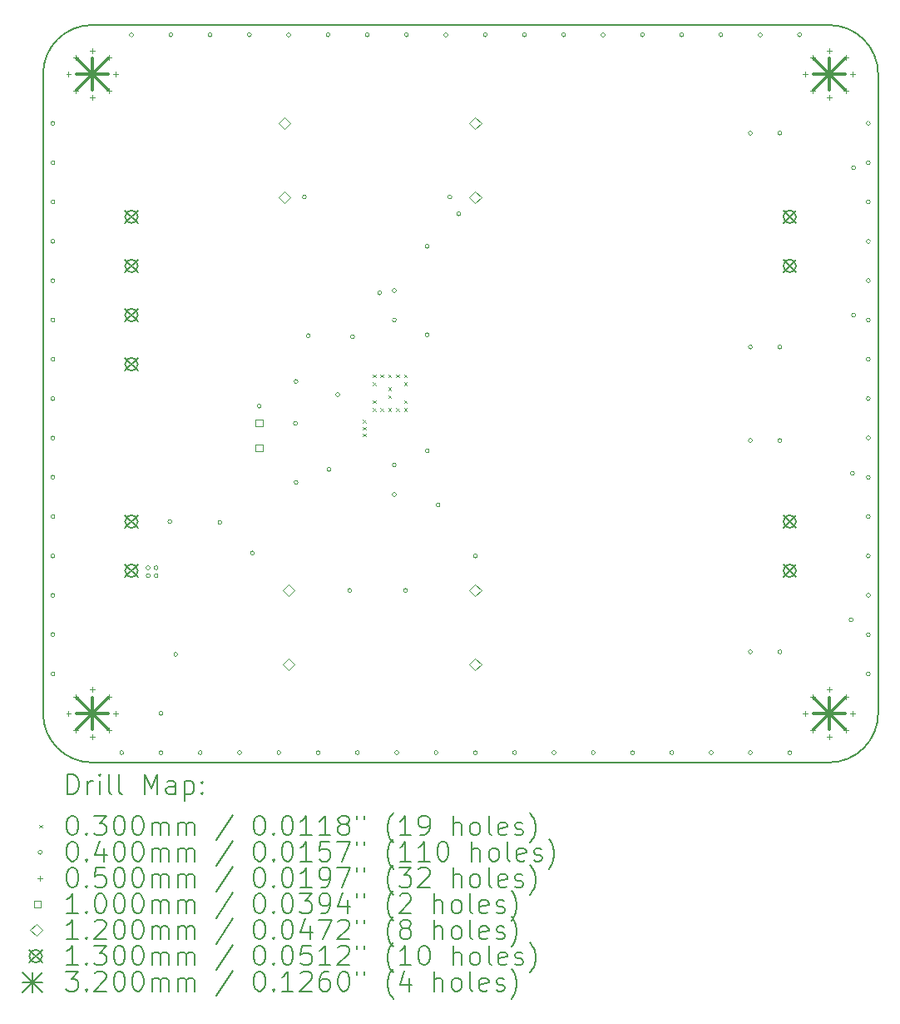
<source format=gbr>
%TF.GenerationSoftware,KiCad,Pcbnew,7.0.6*%
%TF.CreationDate,2023-10-07T14:34:13+02:00*%
%TF.ProjectId,TPA3116 amplifier,54504133-3131-4362-9061-6d706c696669,rev?*%
%TF.SameCoordinates,Original*%
%TF.FileFunction,Drillmap*%
%TF.FilePolarity,Positive*%
%FSLAX45Y45*%
G04 Gerber Fmt 4.5, Leading zero omitted, Abs format (unit mm)*
G04 Created by KiCad (PCBNEW 7.0.6) date 2023-10-07 14:34:13*
%MOMM*%
%LPD*%
G01*
G04 APERTURE LIST*
%ADD10C,0.200000*%
%ADD11C,0.030000*%
%ADD12C,0.040000*%
%ADD13C,0.050000*%
%ADD14C,0.100000*%
%ADD15C,0.120000*%
%ADD16C,0.130000*%
%ADD17C,0.320000*%
G04 APERTURE END LIST*
D10*
X10000000Y-5500000D02*
X10000000Y-12000000D01*
X10500000Y-5000000D02*
G75*
G03*
X10000000Y-5500000I0J-500000D01*
G01*
X18000000Y-5000000D02*
X10500000Y-5000000D01*
X18500000Y-12000000D02*
X18500000Y-5500000D01*
X18500000Y-5500000D02*
G75*
G03*
X18000000Y-5000000I-500000J0D01*
G01*
X10500000Y-12500000D02*
X18000000Y-12500000D01*
X10000000Y-12000000D02*
G75*
G03*
X10500000Y-12500000I500000J0D01*
G01*
X18000000Y-12500000D02*
G75*
G03*
X18500000Y-12000000I0J500000D01*
G01*
D11*
X13255000Y-9015000D02*
X13285000Y-9045000D01*
X13285000Y-9015000D02*
X13255000Y-9045000D01*
X13255000Y-9085000D02*
X13285000Y-9115000D01*
X13285000Y-9085000D02*
X13255000Y-9115000D01*
X13255000Y-9155000D02*
X13285000Y-9185000D01*
X13285000Y-9155000D02*
X13255000Y-9185000D01*
X13355000Y-8555000D02*
X13385000Y-8585000D01*
X13385000Y-8555000D02*
X13355000Y-8585000D01*
X13355000Y-8635000D02*
X13385000Y-8665000D01*
X13385000Y-8635000D02*
X13355000Y-8665000D01*
X13355000Y-8815000D02*
X13385000Y-8845000D01*
X13385000Y-8815000D02*
X13355000Y-8845000D01*
X13355000Y-8895000D02*
X13385000Y-8925000D01*
X13385000Y-8895000D02*
X13355000Y-8925000D01*
X13435000Y-8555000D02*
X13465000Y-8585000D01*
X13465000Y-8555000D02*
X13435000Y-8585000D01*
X13435000Y-8895000D02*
X13465000Y-8925000D01*
X13465000Y-8895000D02*
X13435000Y-8925000D01*
X13515000Y-8555000D02*
X13545000Y-8585000D01*
X13545000Y-8555000D02*
X13515000Y-8585000D01*
X13515000Y-8685000D02*
X13545000Y-8715000D01*
X13545000Y-8685000D02*
X13515000Y-8715000D01*
X13515000Y-8765000D02*
X13545000Y-8795000D01*
X13545000Y-8765000D02*
X13515000Y-8795000D01*
X13515000Y-8895000D02*
X13545000Y-8925000D01*
X13545000Y-8895000D02*
X13515000Y-8925000D01*
X13595000Y-8555000D02*
X13625000Y-8585000D01*
X13625000Y-8555000D02*
X13595000Y-8585000D01*
X13595000Y-8895000D02*
X13625000Y-8925000D01*
X13625000Y-8895000D02*
X13595000Y-8925000D01*
X13675000Y-8555000D02*
X13705000Y-8585000D01*
X13705000Y-8555000D02*
X13675000Y-8585000D01*
X13675000Y-8635000D02*
X13705000Y-8665000D01*
X13705000Y-8635000D02*
X13675000Y-8665000D01*
X13675000Y-8815000D02*
X13705000Y-8845000D01*
X13705000Y-8815000D02*
X13675000Y-8845000D01*
X13675000Y-8895000D02*
X13705000Y-8925000D01*
X13705000Y-8895000D02*
X13675000Y-8925000D01*
D12*
X10120000Y-6000000D02*
G75*
G03*
X10120000Y-6000000I-20000J0D01*
G01*
X10120000Y-6400000D02*
G75*
G03*
X10120000Y-6400000I-20000J0D01*
G01*
X10120000Y-6800000D02*
G75*
G03*
X10120000Y-6800000I-20000J0D01*
G01*
X10120000Y-7200000D02*
G75*
G03*
X10120000Y-7200000I-20000J0D01*
G01*
X10120000Y-7600000D02*
G75*
G03*
X10120000Y-7600000I-20000J0D01*
G01*
X10120000Y-8000000D02*
G75*
G03*
X10120000Y-8000000I-20000J0D01*
G01*
X10120000Y-8400000D02*
G75*
G03*
X10120000Y-8400000I-20000J0D01*
G01*
X10120000Y-8800000D02*
G75*
G03*
X10120000Y-8800000I-20000J0D01*
G01*
X10120000Y-9200000D02*
G75*
G03*
X10120000Y-9200000I-20000J0D01*
G01*
X10120000Y-9600000D02*
G75*
G03*
X10120000Y-9600000I-20000J0D01*
G01*
X10120000Y-10000000D02*
G75*
G03*
X10120000Y-10000000I-20000J0D01*
G01*
X10120000Y-10400000D02*
G75*
G03*
X10120000Y-10400000I-20000J0D01*
G01*
X10120000Y-10800000D02*
G75*
G03*
X10120000Y-10800000I-20000J0D01*
G01*
X10120000Y-11200000D02*
G75*
G03*
X10120000Y-11200000I-20000J0D01*
G01*
X10120000Y-11600000D02*
G75*
G03*
X10120000Y-11600000I-20000J0D01*
G01*
X10820000Y-12400000D02*
G75*
G03*
X10820000Y-12400000I-20000J0D01*
G01*
X10920000Y-5100000D02*
G75*
G03*
X10920000Y-5100000I-20000J0D01*
G01*
X11090000Y-10520000D02*
G75*
G03*
X11090000Y-10520000I-20000J0D01*
G01*
X11090000Y-10600000D02*
G75*
G03*
X11090000Y-10600000I-20000J0D01*
G01*
X11170000Y-10520000D02*
G75*
G03*
X11170000Y-10520000I-20000J0D01*
G01*
X11170000Y-10600000D02*
G75*
G03*
X11170000Y-10600000I-20000J0D01*
G01*
X11220000Y-12000000D02*
G75*
G03*
X11220000Y-12000000I-20000J0D01*
G01*
X11220000Y-12400000D02*
G75*
G03*
X11220000Y-12400000I-20000J0D01*
G01*
X11310000Y-10050000D02*
G75*
G03*
X11310000Y-10050000I-20000J0D01*
G01*
X11320000Y-5100000D02*
G75*
G03*
X11320000Y-5100000I-20000J0D01*
G01*
X11370000Y-11400000D02*
G75*
G03*
X11370000Y-11400000I-20000J0D01*
G01*
X11620000Y-12400000D02*
G75*
G03*
X11620000Y-12400000I-20000J0D01*
G01*
X11720000Y-5100000D02*
G75*
G03*
X11720000Y-5100000I-20000J0D01*
G01*
X11820000Y-10060000D02*
G75*
G03*
X11820000Y-10060000I-20000J0D01*
G01*
X12020000Y-12400000D02*
G75*
G03*
X12020000Y-12400000I-20000J0D01*
G01*
X12120000Y-5100000D02*
G75*
G03*
X12120000Y-5100000I-20000J0D01*
G01*
X12150000Y-10370000D02*
G75*
G03*
X12150000Y-10370000I-20000J0D01*
G01*
X12220000Y-8875000D02*
G75*
G03*
X12220000Y-8875000I-20000J0D01*
G01*
X12420000Y-12400000D02*
G75*
G03*
X12420000Y-12400000I-20000J0D01*
G01*
X12520000Y-5100000D02*
G75*
G03*
X12520000Y-5100000I-20000J0D01*
G01*
X12590000Y-9050000D02*
G75*
G03*
X12590000Y-9050000I-20000J0D01*
G01*
X12595000Y-8625000D02*
G75*
G03*
X12595000Y-8625000I-20000J0D01*
G01*
X12595000Y-9650000D02*
G75*
G03*
X12595000Y-9650000I-20000J0D01*
G01*
X12680000Y-6750000D02*
G75*
G03*
X12680000Y-6750000I-20000J0D01*
G01*
X12720000Y-8160000D02*
G75*
G03*
X12720000Y-8160000I-20000J0D01*
G01*
X12820000Y-12400000D02*
G75*
G03*
X12820000Y-12400000I-20000J0D01*
G01*
X12920000Y-5100000D02*
G75*
G03*
X12920000Y-5100000I-20000J0D01*
G01*
X12930000Y-9520000D02*
G75*
G03*
X12930000Y-9520000I-20000J0D01*
G01*
X13020000Y-8760000D02*
G75*
G03*
X13020000Y-8760000I-20000J0D01*
G01*
X13140000Y-10750000D02*
G75*
G03*
X13140000Y-10750000I-20000J0D01*
G01*
X13170000Y-8170000D02*
G75*
G03*
X13170000Y-8170000I-20000J0D01*
G01*
X13220000Y-12400000D02*
G75*
G03*
X13220000Y-12400000I-20000J0D01*
G01*
X13320000Y-5100000D02*
G75*
G03*
X13320000Y-5100000I-20000J0D01*
G01*
X13445000Y-7725000D02*
G75*
G03*
X13445000Y-7725000I-20000J0D01*
G01*
X13595000Y-7700000D02*
G75*
G03*
X13595000Y-7700000I-20000J0D01*
G01*
X13595000Y-8000000D02*
G75*
G03*
X13595000Y-8000000I-20000J0D01*
G01*
X13595000Y-9475000D02*
G75*
G03*
X13595000Y-9475000I-20000J0D01*
G01*
X13595000Y-9775000D02*
G75*
G03*
X13595000Y-9775000I-20000J0D01*
G01*
X13620000Y-12400000D02*
G75*
G03*
X13620000Y-12400000I-20000J0D01*
G01*
X13710000Y-10750000D02*
G75*
G03*
X13710000Y-10750000I-20000J0D01*
G01*
X13720000Y-5100000D02*
G75*
G03*
X13720000Y-5100000I-20000J0D01*
G01*
X13930000Y-7250000D02*
G75*
G03*
X13930000Y-7250000I-20000J0D01*
G01*
X13930000Y-8150000D02*
G75*
G03*
X13930000Y-8150000I-20000J0D01*
G01*
X13930000Y-9330000D02*
G75*
G03*
X13930000Y-9330000I-20000J0D01*
G01*
X14020000Y-12400000D02*
G75*
G03*
X14020000Y-12400000I-20000J0D01*
G01*
X14040000Y-9880000D02*
G75*
G03*
X14040000Y-9880000I-20000J0D01*
G01*
X14120000Y-5100000D02*
G75*
G03*
X14120000Y-5100000I-20000J0D01*
G01*
X14160000Y-6750000D02*
G75*
G03*
X14160000Y-6750000I-20000J0D01*
G01*
X14250000Y-6920000D02*
G75*
G03*
X14250000Y-6920000I-20000J0D01*
G01*
X14420000Y-10400000D02*
G75*
G03*
X14420000Y-10400000I-20000J0D01*
G01*
X14420000Y-12400000D02*
G75*
G03*
X14420000Y-12400000I-20000J0D01*
G01*
X14520000Y-5100000D02*
G75*
G03*
X14520000Y-5100000I-20000J0D01*
G01*
X14820000Y-12400000D02*
G75*
G03*
X14820000Y-12400000I-20000J0D01*
G01*
X14920000Y-5100000D02*
G75*
G03*
X14920000Y-5100000I-20000J0D01*
G01*
X15220000Y-12400000D02*
G75*
G03*
X15220000Y-12400000I-20000J0D01*
G01*
X15320000Y-5100000D02*
G75*
G03*
X15320000Y-5100000I-20000J0D01*
G01*
X15620000Y-12400000D02*
G75*
G03*
X15620000Y-12400000I-20000J0D01*
G01*
X15720000Y-5100000D02*
G75*
G03*
X15720000Y-5100000I-20000J0D01*
G01*
X16020000Y-12400000D02*
G75*
G03*
X16020000Y-12400000I-20000J0D01*
G01*
X16120000Y-5100000D02*
G75*
G03*
X16120000Y-5100000I-20000J0D01*
G01*
X16420000Y-12400000D02*
G75*
G03*
X16420000Y-12400000I-20000J0D01*
G01*
X16520000Y-5100000D02*
G75*
G03*
X16520000Y-5100000I-20000J0D01*
G01*
X16820000Y-12400000D02*
G75*
G03*
X16820000Y-12400000I-20000J0D01*
G01*
X16920000Y-5100000D02*
G75*
G03*
X16920000Y-5100000I-20000J0D01*
G01*
X17220000Y-6100000D02*
G75*
G03*
X17220000Y-6100000I-20000J0D01*
G01*
X17220000Y-8275000D02*
G75*
G03*
X17220000Y-8275000I-20000J0D01*
G01*
X17220000Y-9225000D02*
G75*
G03*
X17220000Y-9225000I-20000J0D01*
G01*
X17220000Y-11375000D02*
G75*
G03*
X17220000Y-11375000I-20000J0D01*
G01*
X17220000Y-12400000D02*
G75*
G03*
X17220000Y-12400000I-20000J0D01*
G01*
X17320000Y-5100000D02*
G75*
G03*
X17320000Y-5100000I-20000J0D01*
G01*
X17520000Y-6100000D02*
G75*
G03*
X17520000Y-6100000I-20000J0D01*
G01*
X17520000Y-8275000D02*
G75*
G03*
X17520000Y-8275000I-20000J0D01*
G01*
X17520000Y-9225000D02*
G75*
G03*
X17520000Y-9225000I-20000J0D01*
G01*
X17520000Y-11375000D02*
G75*
G03*
X17520000Y-11375000I-20000J0D01*
G01*
X17620000Y-12400000D02*
G75*
G03*
X17620000Y-12400000I-20000J0D01*
G01*
X17720000Y-5100000D02*
G75*
G03*
X17720000Y-5100000I-20000J0D01*
G01*
X18245000Y-11050000D02*
G75*
G03*
X18245000Y-11050000I-20000J0D01*
G01*
X18258044Y-9558199D02*
G75*
G03*
X18258044Y-9558199I-20000J0D01*
G01*
X18270000Y-6450000D02*
G75*
G03*
X18270000Y-6450000I-20000J0D01*
G01*
X18270000Y-7950000D02*
G75*
G03*
X18270000Y-7950000I-20000J0D01*
G01*
X18420000Y-6000000D02*
G75*
G03*
X18420000Y-6000000I-20000J0D01*
G01*
X18420000Y-6400000D02*
G75*
G03*
X18420000Y-6400000I-20000J0D01*
G01*
X18420000Y-6800000D02*
G75*
G03*
X18420000Y-6800000I-20000J0D01*
G01*
X18420000Y-7200000D02*
G75*
G03*
X18420000Y-7200000I-20000J0D01*
G01*
X18420000Y-7600000D02*
G75*
G03*
X18420000Y-7600000I-20000J0D01*
G01*
X18420000Y-8000000D02*
G75*
G03*
X18420000Y-8000000I-20000J0D01*
G01*
X18420000Y-8400000D02*
G75*
G03*
X18420000Y-8400000I-20000J0D01*
G01*
X18420000Y-8800000D02*
G75*
G03*
X18420000Y-8800000I-20000J0D01*
G01*
X18420000Y-9200000D02*
G75*
G03*
X18420000Y-9200000I-20000J0D01*
G01*
X18420000Y-9600000D02*
G75*
G03*
X18420000Y-9600000I-20000J0D01*
G01*
X18420000Y-10000000D02*
G75*
G03*
X18420000Y-10000000I-20000J0D01*
G01*
X18420000Y-10400000D02*
G75*
G03*
X18420000Y-10400000I-20000J0D01*
G01*
X18420000Y-10800000D02*
G75*
G03*
X18420000Y-10800000I-20000J0D01*
G01*
X18420000Y-11200000D02*
G75*
G03*
X18420000Y-11200000I-20000J0D01*
G01*
X18420000Y-11600000D02*
G75*
G03*
X18420000Y-11600000I-20000J0D01*
G01*
D13*
X10260000Y-5475000D02*
X10260000Y-5525000D01*
X10235000Y-5500000D02*
X10285000Y-5500000D01*
X10260000Y-11975000D02*
X10260000Y-12025000D01*
X10235000Y-12000000D02*
X10285000Y-12000000D01*
X10330294Y-5305294D02*
X10330294Y-5355294D01*
X10305294Y-5330294D02*
X10355294Y-5330294D01*
X10330294Y-5644706D02*
X10330294Y-5694706D01*
X10305294Y-5669706D02*
X10355294Y-5669706D01*
X10330294Y-11805294D02*
X10330294Y-11855294D01*
X10305294Y-11830294D02*
X10355294Y-11830294D01*
X10330294Y-12144706D02*
X10330294Y-12194706D01*
X10305294Y-12169706D02*
X10355294Y-12169706D01*
X10500000Y-5235000D02*
X10500000Y-5285000D01*
X10475000Y-5260000D02*
X10525000Y-5260000D01*
X10500000Y-5715000D02*
X10500000Y-5765000D01*
X10475000Y-5740000D02*
X10525000Y-5740000D01*
X10500000Y-11735000D02*
X10500000Y-11785000D01*
X10475000Y-11760000D02*
X10525000Y-11760000D01*
X10500000Y-12215000D02*
X10500000Y-12265000D01*
X10475000Y-12240000D02*
X10525000Y-12240000D01*
X10669706Y-5305294D02*
X10669706Y-5355294D01*
X10644706Y-5330294D02*
X10694706Y-5330294D01*
X10669706Y-5644706D02*
X10669706Y-5694706D01*
X10644706Y-5669706D02*
X10694706Y-5669706D01*
X10669706Y-11805294D02*
X10669706Y-11855294D01*
X10644706Y-11830294D02*
X10694706Y-11830294D01*
X10669706Y-12144706D02*
X10669706Y-12194706D01*
X10644706Y-12169706D02*
X10694706Y-12169706D01*
X10740000Y-5475000D02*
X10740000Y-5525000D01*
X10715000Y-5500000D02*
X10765000Y-5500000D01*
X10740000Y-11975000D02*
X10740000Y-12025000D01*
X10715000Y-12000000D02*
X10765000Y-12000000D01*
X17760000Y-5475000D02*
X17760000Y-5525000D01*
X17735000Y-5500000D02*
X17785000Y-5500000D01*
X17760000Y-11975000D02*
X17760000Y-12025000D01*
X17735000Y-12000000D02*
X17785000Y-12000000D01*
X17830294Y-5305294D02*
X17830294Y-5355294D01*
X17805294Y-5330294D02*
X17855294Y-5330294D01*
X17830294Y-5644706D02*
X17830294Y-5694706D01*
X17805294Y-5669706D02*
X17855294Y-5669706D01*
X17830294Y-11805294D02*
X17830294Y-11855294D01*
X17805294Y-11830294D02*
X17855294Y-11830294D01*
X17830294Y-12144706D02*
X17830294Y-12194706D01*
X17805294Y-12169706D02*
X17855294Y-12169706D01*
X18000000Y-5235000D02*
X18000000Y-5285000D01*
X17975000Y-5260000D02*
X18025000Y-5260000D01*
X18000000Y-5715000D02*
X18000000Y-5765000D01*
X17975000Y-5740000D02*
X18025000Y-5740000D01*
X18000000Y-11735000D02*
X18000000Y-11785000D01*
X17975000Y-11760000D02*
X18025000Y-11760000D01*
X18000000Y-12215000D02*
X18000000Y-12265000D01*
X17975000Y-12240000D02*
X18025000Y-12240000D01*
X18169706Y-5305294D02*
X18169706Y-5355294D01*
X18144706Y-5330294D02*
X18194706Y-5330294D01*
X18169706Y-5644706D02*
X18169706Y-5694706D01*
X18144706Y-5669706D02*
X18194706Y-5669706D01*
X18169706Y-11805294D02*
X18169706Y-11855294D01*
X18144706Y-11830294D02*
X18194706Y-11830294D01*
X18169706Y-12144706D02*
X18169706Y-12194706D01*
X18144706Y-12169706D02*
X18194706Y-12169706D01*
X18240000Y-5475000D02*
X18240000Y-5525000D01*
X18215000Y-5500000D02*
X18265000Y-5500000D01*
X18240000Y-11975000D02*
X18240000Y-12025000D01*
X18215000Y-12000000D02*
X18265000Y-12000000D01*
D14*
X12235356Y-9081356D02*
X12235356Y-9010644D01*
X12164644Y-9010644D01*
X12164644Y-9081356D01*
X12235356Y-9081356D01*
X12235356Y-9335356D02*
X12235356Y-9264644D01*
X12164644Y-9264644D01*
X12164644Y-9335356D01*
X12235356Y-9335356D01*
D15*
X12455000Y-6061275D02*
X12515000Y-6001275D01*
X12455000Y-5941275D01*
X12395000Y-6001275D01*
X12455000Y-6061275D01*
X12455000Y-6811275D02*
X12515000Y-6751275D01*
X12455000Y-6691275D01*
X12395000Y-6751275D01*
X12455000Y-6811275D01*
X12500000Y-10810000D02*
X12560000Y-10750000D01*
X12500000Y-10690000D01*
X12440000Y-10750000D01*
X12500000Y-10810000D01*
X12500000Y-11560000D02*
X12560000Y-11500000D01*
X12500000Y-11440000D01*
X12440000Y-11500000D01*
X12500000Y-11560000D01*
X14400000Y-6060000D02*
X14460000Y-6000000D01*
X14400000Y-5940000D01*
X14340000Y-6000000D01*
X14400000Y-6060000D01*
X14400000Y-6810000D02*
X14460000Y-6750000D01*
X14400000Y-6690000D01*
X14340000Y-6750000D01*
X14400000Y-6810000D01*
X14400000Y-10810000D02*
X14460000Y-10750000D01*
X14400000Y-10690000D01*
X14340000Y-10750000D01*
X14400000Y-10810000D01*
X14400000Y-11560000D02*
X14460000Y-11500000D01*
X14400000Y-11440000D01*
X14340000Y-11500000D01*
X14400000Y-11560000D01*
D16*
X10835000Y-6885000D02*
X10965000Y-7015000D01*
X10965000Y-6885000D02*
X10835000Y-7015000D01*
X10965000Y-6950000D02*
G75*
G03*
X10965000Y-6950000I-65000J0D01*
G01*
X10835000Y-7385000D02*
X10965000Y-7515000D01*
X10965000Y-7385000D02*
X10835000Y-7515000D01*
X10965000Y-7450000D02*
G75*
G03*
X10965000Y-7450000I-65000J0D01*
G01*
X10835000Y-7885000D02*
X10965000Y-8015000D01*
X10965000Y-7885000D02*
X10835000Y-8015000D01*
X10965000Y-7950000D02*
G75*
G03*
X10965000Y-7950000I-65000J0D01*
G01*
X10835000Y-8385000D02*
X10965000Y-8515000D01*
X10965000Y-8385000D02*
X10835000Y-8515000D01*
X10965000Y-8450000D02*
G75*
G03*
X10965000Y-8450000I-65000J0D01*
G01*
X10835000Y-9985000D02*
X10965000Y-10115000D01*
X10965000Y-9985000D02*
X10835000Y-10115000D01*
X10965000Y-10050000D02*
G75*
G03*
X10965000Y-10050000I-65000J0D01*
G01*
X10835000Y-10485000D02*
X10965000Y-10615000D01*
X10965000Y-10485000D02*
X10835000Y-10615000D01*
X10965000Y-10550000D02*
G75*
G03*
X10965000Y-10550000I-65000J0D01*
G01*
X17535000Y-6885000D02*
X17665000Y-7015000D01*
X17665000Y-6885000D02*
X17535000Y-7015000D01*
X17665000Y-6950000D02*
G75*
G03*
X17665000Y-6950000I-65000J0D01*
G01*
X17535000Y-7385000D02*
X17665000Y-7515000D01*
X17665000Y-7385000D02*
X17535000Y-7515000D01*
X17665000Y-7450000D02*
G75*
G03*
X17665000Y-7450000I-65000J0D01*
G01*
X17535000Y-9985000D02*
X17665000Y-10115000D01*
X17665000Y-9985000D02*
X17535000Y-10115000D01*
X17665000Y-10050000D02*
G75*
G03*
X17665000Y-10050000I-65000J0D01*
G01*
X17535000Y-10485000D02*
X17665000Y-10615000D01*
X17665000Y-10485000D02*
X17535000Y-10615000D01*
X17665000Y-10550000D02*
G75*
G03*
X17665000Y-10550000I-65000J0D01*
G01*
D17*
X10340000Y-5340000D02*
X10660000Y-5660000D01*
X10660000Y-5340000D02*
X10340000Y-5660000D01*
X10500000Y-5340000D02*
X10500000Y-5660000D01*
X10340000Y-5500000D02*
X10660000Y-5500000D01*
X10340000Y-11840000D02*
X10660000Y-12160000D01*
X10660000Y-11840000D02*
X10340000Y-12160000D01*
X10500000Y-11840000D02*
X10500000Y-12160000D01*
X10340000Y-12000000D02*
X10660000Y-12000000D01*
X17840000Y-5340000D02*
X18160000Y-5660000D01*
X18160000Y-5340000D02*
X17840000Y-5660000D01*
X18000000Y-5340000D02*
X18000000Y-5660000D01*
X17840000Y-5500000D02*
X18160000Y-5500000D01*
X17840000Y-11840000D02*
X18160000Y-12160000D01*
X18160000Y-11840000D02*
X17840000Y-12160000D01*
X18000000Y-11840000D02*
X18000000Y-12160000D01*
X17840000Y-12000000D02*
X18160000Y-12000000D01*
D10*
X10250777Y-12821484D02*
X10250777Y-12621484D01*
X10250777Y-12621484D02*
X10298396Y-12621484D01*
X10298396Y-12621484D02*
X10326967Y-12631008D01*
X10326967Y-12631008D02*
X10346015Y-12650055D01*
X10346015Y-12650055D02*
X10355539Y-12669103D01*
X10355539Y-12669103D02*
X10365063Y-12707198D01*
X10365063Y-12707198D02*
X10365063Y-12735769D01*
X10365063Y-12735769D02*
X10355539Y-12773865D01*
X10355539Y-12773865D02*
X10346015Y-12792912D01*
X10346015Y-12792912D02*
X10326967Y-12811960D01*
X10326967Y-12811960D02*
X10298396Y-12821484D01*
X10298396Y-12821484D02*
X10250777Y-12821484D01*
X10450777Y-12821484D02*
X10450777Y-12688150D01*
X10450777Y-12726246D02*
X10460301Y-12707198D01*
X10460301Y-12707198D02*
X10469824Y-12697674D01*
X10469824Y-12697674D02*
X10488872Y-12688150D01*
X10488872Y-12688150D02*
X10507920Y-12688150D01*
X10574586Y-12821484D02*
X10574586Y-12688150D01*
X10574586Y-12621484D02*
X10565063Y-12631008D01*
X10565063Y-12631008D02*
X10574586Y-12640531D01*
X10574586Y-12640531D02*
X10584110Y-12631008D01*
X10584110Y-12631008D02*
X10574586Y-12621484D01*
X10574586Y-12621484D02*
X10574586Y-12640531D01*
X10698396Y-12821484D02*
X10679348Y-12811960D01*
X10679348Y-12811960D02*
X10669824Y-12792912D01*
X10669824Y-12792912D02*
X10669824Y-12621484D01*
X10803158Y-12821484D02*
X10784110Y-12811960D01*
X10784110Y-12811960D02*
X10774586Y-12792912D01*
X10774586Y-12792912D02*
X10774586Y-12621484D01*
X11031729Y-12821484D02*
X11031729Y-12621484D01*
X11031729Y-12621484D02*
X11098396Y-12764341D01*
X11098396Y-12764341D02*
X11165063Y-12621484D01*
X11165063Y-12621484D02*
X11165063Y-12821484D01*
X11346015Y-12821484D02*
X11346015Y-12716722D01*
X11346015Y-12716722D02*
X11336491Y-12697674D01*
X11336491Y-12697674D02*
X11317443Y-12688150D01*
X11317443Y-12688150D02*
X11279348Y-12688150D01*
X11279348Y-12688150D02*
X11260301Y-12697674D01*
X11346015Y-12811960D02*
X11326967Y-12821484D01*
X11326967Y-12821484D02*
X11279348Y-12821484D01*
X11279348Y-12821484D02*
X11260301Y-12811960D01*
X11260301Y-12811960D02*
X11250777Y-12792912D01*
X11250777Y-12792912D02*
X11250777Y-12773865D01*
X11250777Y-12773865D02*
X11260301Y-12754817D01*
X11260301Y-12754817D02*
X11279348Y-12745293D01*
X11279348Y-12745293D02*
X11326967Y-12745293D01*
X11326967Y-12745293D02*
X11346015Y-12735769D01*
X11441253Y-12688150D02*
X11441253Y-12888150D01*
X11441253Y-12697674D02*
X11460301Y-12688150D01*
X11460301Y-12688150D02*
X11498396Y-12688150D01*
X11498396Y-12688150D02*
X11517443Y-12697674D01*
X11517443Y-12697674D02*
X11526967Y-12707198D01*
X11526967Y-12707198D02*
X11536491Y-12726246D01*
X11536491Y-12726246D02*
X11536491Y-12783388D01*
X11536491Y-12783388D02*
X11526967Y-12802436D01*
X11526967Y-12802436D02*
X11517443Y-12811960D01*
X11517443Y-12811960D02*
X11498396Y-12821484D01*
X11498396Y-12821484D02*
X11460301Y-12821484D01*
X11460301Y-12821484D02*
X11441253Y-12811960D01*
X11622205Y-12802436D02*
X11631729Y-12811960D01*
X11631729Y-12811960D02*
X11622205Y-12821484D01*
X11622205Y-12821484D02*
X11612682Y-12811960D01*
X11612682Y-12811960D02*
X11622205Y-12802436D01*
X11622205Y-12802436D02*
X11622205Y-12821484D01*
X11622205Y-12697674D02*
X11631729Y-12707198D01*
X11631729Y-12707198D02*
X11622205Y-12716722D01*
X11622205Y-12716722D02*
X11612682Y-12707198D01*
X11612682Y-12707198D02*
X11622205Y-12697674D01*
X11622205Y-12697674D02*
X11622205Y-12716722D01*
D11*
X9960000Y-13135000D02*
X9990000Y-13165000D01*
X9990000Y-13135000D02*
X9960000Y-13165000D01*
D10*
X10288872Y-13041484D02*
X10307920Y-13041484D01*
X10307920Y-13041484D02*
X10326967Y-13051008D01*
X10326967Y-13051008D02*
X10336491Y-13060531D01*
X10336491Y-13060531D02*
X10346015Y-13079579D01*
X10346015Y-13079579D02*
X10355539Y-13117674D01*
X10355539Y-13117674D02*
X10355539Y-13165293D01*
X10355539Y-13165293D02*
X10346015Y-13203388D01*
X10346015Y-13203388D02*
X10336491Y-13222436D01*
X10336491Y-13222436D02*
X10326967Y-13231960D01*
X10326967Y-13231960D02*
X10307920Y-13241484D01*
X10307920Y-13241484D02*
X10288872Y-13241484D01*
X10288872Y-13241484D02*
X10269824Y-13231960D01*
X10269824Y-13231960D02*
X10260301Y-13222436D01*
X10260301Y-13222436D02*
X10250777Y-13203388D01*
X10250777Y-13203388D02*
X10241253Y-13165293D01*
X10241253Y-13165293D02*
X10241253Y-13117674D01*
X10241253Y-13117674D02*
X10250777Y-13079579D01*
X10250777Y-13079579D02*
X10260301Y-13060531D01*
X10260301Y-13060531D02*
X10269824Y-13051008D01*
X10269824Y-13051008D02*
X10288872Y-13041484D01*
X10441253Y-13222436D02*
X10450777Y-13231960D01*
X10450777Y-13231960D02*
X10441253Y-13241484D01*
X10441253Y-13241484D02*
X10431729Y-13231960D01*
X10431729Y-13231960D02*
X10441253Y-13222436D01*
X10441253Y-13222436D02*
X10441253Y-13241484D01*
X10517444Y-13041484D02*
X10641253Y-13041484D01*
X10641253Y-13041484D02*
X10574586Y-13117674D01*
X10574586Y-13117674D02*
X10603158Y-13117674D01*
X10603158Y-13117674D02*
X10622205Y-13127198D01*
X10622205Y-13127198D02*
X10631729Y-13136722D01*
X10631729Y-13136722D02*
X10641253Y-13155769D01*
X10641253Y-13155769D02*
X10641253Y-13203388D01*
X10641253Y-13203388D02*
X10631729Y-13222436D01*
X10631729Y-13222436D02*
X10622205Y-13231960D01*
X10622205Y-13231960D02*
X10603158Y-13241484D01*
X10603158Y-13241484D02*
X10546015Y-13241484D01*
X10546015Y-13241484D02*
X10526967Y-13231960D01*
X10526967Y-13231960D02*
X10517444Y-13222436D01*
X10765063Y-13041484D02*
X10784110Y-13041484D01*
X10784110Y-13041484D02*
X10803158Y-13051008D01*
X10803158Y-13051008D02*
X10812682Y-13060531D01*
X10812682Y-13060531D02*
X10822205Y-13079579D01*
X10822205Y-13079579D02*
X10831729Y-13117674D01*
X10831729Y-13117674D02*
X10831729Y-13165293D01*
X10831729Y-13165293D02*
X10822205Y-13203388D01*
X10822205Y-13203388D02*
X10812682Y-13222436D01*
X10812682Y-13222436D02*
X10803158Y-13231960D01*
X10803158Y-13231960D02*
X10784110Y-13241484D01*
X10784110Y-13241484D02*
X10765063Y-13241484D01*
X10765063Y-13241484D02*
X10746015Y-13231960D01*
X10746015Y-13231960D02*
X10736491Y-13222436D01*
X10736491Y-13222436D02*
X10726967Y-13203388D01*
X10726967Y-13203388D02*
X10717444Y-13165293D01*
X10717444Y-13165293D02*
X10717444Y-13117674D01*
X10717444Y-13117674D02*
X10726967Y-13079579D01*
X10726967Y-13079579D02*
X10736491Y-13060531D01*
X10736491Y-13060531D02*
X10746015Y-13051008D01*
X10746015Y-13051008D02*
X10765063Y-13041484D01*
X10955539Y-13041484D02*
X10974586Y-13041484D01*
X10974586Y-13041484D02*
X10993634Y-13051008D01*
X10993634Y-13051008D02*
X11003158Y-13060531D01*
X11003158Y-13060531D02*
X11012682Y-13079579D01*
X11012682Y-13079579D02*
X11022205Y-13117674D01*
X11022205Y-13117674D02*
X11022205Y-13165293D01*
X11022205Y-13165293D02*
X11012682Y-13203388D01*
X11012682Y-13203388D02*
X11003158Y-13222436D01*
X11003158Y-13222436D02*
X10993634Y-13231960D01*
X10993634Y-13231960D02*
X10974586Y-13241484D01*
X10974586Y-13241484D02*
X10955539Y-13241484D01*
X10955539Y-13241484D02*
X10936491Y-13231960D01*
X10936491Y-13231960D02*
X10926967Y-13222436D01*
X10926967Y-13222436D02*
X10917444Y-13203388D01*
X10917444Y-13203388D02*
X10907920Y-13165293D01*
X10907920Y-13165293D02*
X10907920Y-13117674D01*
X10907920Y-13117674D02*
X10917444Y-13079579D01*
X10917444Y-13079579D02*
X10926967Y-13060531D01*
X10926967Y-13060531D02*
X10936491Y-13051008D01*
X10936491Y-13051008D02*
X10955539Y-13041484D01*
X11107920Y-13241484D02*
X11107920Y-13108150D01*
X11107920Y-13127198D02*
X11117444Y-13117674D01*
X11117444Y-13117674D02*
X11136491Y-13108150D01*
X11136491Y-13108150D02*
X11165063Y-13108150D01*
X11165063Y-13108150D02*
X11184110Y-13117674D01*
X11184110Y-13117674D02*
X11193634Y-13136722D01*
X11193634Y-13136722D02*
X11193634Y-13241484D01*
X11193634Y-13136722D02*
X11203158Y-13117674D01*
X11203158Y-13117674D02*
X11222205Y-13108150D01*
X11222205Y-13108150D02*
X11250777Y-13108150D01*
X11250777Y-13108150D02*
X11269824Y-13117674D01*
X11269824Y-13117674D02*
X11279348Y-13136722D01*
X11279348Y-13136722D02*
X11279348Y-13241484D01*
X11374586Y-13241484D02*
X11374586Y-13108150D01*
X11374586Y-13127198D02*
X11384110Y-13117674D01*
X11384110Y-13117674D02*
X11403158Y-13108150D01*
X11403158Y-13108150D02*
X11431729Y-13108150D01*
X11431729Y-13108150D02*
X11450777Y-13117674D01*
X11450777Y-13117674D02*
X11460301Y-13136722D01*
X11460301Y-13136722D02*
X11460301Y-13241484D01*
X11460301Y-13136722D02*
X11469824Y-13117674D01*
X11469824Y-13117674D02*
X11488872Y-13108150D01*
X11488872Y-13108150D02*
X11517443Y-13108150D01*
X11517443Y-13108150D02*
X11536491Y-13117674D01*
X11536491Y-13117674D02*
X11546015Y-13136722D01*
X11546015Y-13136722D02*
X11546015Y-13241484D01*
X11936491Y-13031960D02*
X11765063Y-13289103D01*
X12193634Y-13041484D02*
X12212682Y-13041484D01*
X12212682Y-13041484D02*
X12231729Y-13051008D01*
X12231729Y-13051008D02*
X12241253Y-13060531D01*
X12241253Y-13060531D02*
X12250777Y-13079579D01*
X12250777Y-13079579D02*
X12260301Y-13117674D01*
X12260301Y-13117674D02*
X12260301Y-13165293D01*
X12260301Y-13165293D02*
X12250777Y-13203388D01*
X12250777Y-13203388D02*
X12241253Y-13222436D01*
X12241253Y-13222436D02*
X12231729Y-13231960D01*
X12231729Y-13231960D02*
X12212682Y-13241484D01*
X12212682Y-13241484D02*
X12193634Y-13241484D01*
X12193634Y-13241484D02*
X12174586Y-13231960D01*
X12174586Y-13231960D02*
X12165063Y-13222436D01*
X12165063Y-13222436D02*
X12155539Y-13203388D01*
X12155539Y-13203388D02*
X12146015Y-13165293D01*
X12146015Y-13165293D02*
X12146015Y-13117674D01*
X12146015Y-13117674D02*
X12155539Y-13079579D01*
X12155539Y-13079579D02*
X12165063Y-13060531D01*
X12165063Y-13060531D02*
X12174586Y-13051008D01*
X12174586Y-13051008D02*
X12193634Y-13041484D01*
X12346015Y-13222436D02*
X12355539Y-13231960D01*
X12355539Y-13231960D02*
X12346015Y-13241484D01*
X12346015Y-13241484D02*
X12336491Y-13231960D01*
X12336491Y-13231960D02*
X12346015Y-13222436D01*
X12346015Y-13222436D02*
X12346015Y-13241484D01*
X12479348Y-13041484D02*
X12498396Y-13041484D01*
X12498396Y-13041484D02*
X12517444Y-13051008D01*
X12517444Y-13051008D02*
X12526967Y-13060531D01*
X12526967Y-13060531D02*
X12536491Y-13079579D01*
X12536491Y-13079579D02*
X12546015Y-13117674D01*
X12546015Y-13117674D02*
X12546015Y-13165293D01*
X12546015Y-13165293D02*
X12536491Y-13203388D01*
X12536491Y-13203388D02*
X12526967Y-13222436D01*
X12526967Y-13222436D02*
X12517444Y-13231960D01*
X12517444Y-13231960D02*
X12498396Y-13241484D01*
X12498396Y-13241484D02*
X12479348Y-13241484D01*
X12479348Y-13241484D02*
X12460301Y-13231960D01*
X12460301Y-13231960D02*
X12450777Y-13222436D01*
X12450777Y-13222436D02*
X12441253Y-13203388D01*
X12441253Y-13203388D02*
X12431729Y-13165293D01*
X12431729Y-13165293D02*
X12431729Y-13117674D01*
X12431729Y-13117674D02*
X12441253Y-13079579D01*
X12441253Y-13079579D02*
X12450777Y-13060531D01*
X12450777Y-13060531D02*
X12460301Y-13051008D01*
X12460301Y-13051008D02*
X12479348Y-13041484D01*
X12736491Y-13241484D02*
X12622206Y-13241484D01*
X12679348Y-13241484D02*
X12679348Y-13041484D01*
X12679348Y-13041484D02*
X12660301Y-13070055D01*
X12660301Y-13070055D02*
X12641253Y-13089103D01*
X12641253Y-13089103D02*
X12622206Y-13098627D01*
X12926967Y-13241484D02*
X12812682Y-13241484D01*
X12869825Y-13241484D02*
X12869825Y-13041484D01*
X12869825Y-13041484D02*
X12850777Y-13070055D01*
X12850777Y-13070055D02*
X12831729Y-13089103D01*
X12831729Y-13089103D02*
X12812682Y-13098627D01*
X13041253Y-13127198D02*
X13022206Y-13117674D01*
X13022206Y-13117674D02*
X13012682Y-13108150D01*
X13012682Y-13108150D02*
X13003158Y-13089103D01*
X13003158Y-13089103D02*
X13003158Y-13079579D01*
X13003158Y-13079579D02*
X13012682Y-13060531D01*
X13012682Y-13060531D02*
X13022206Y-13051008D01*
X13022206Y-13051008D02*
X13041253Y-13041484D01*
X13041253Y-13041484D02*
X13079348Y-13041484D01*
X13079348Y-13041484D02*
X13098396Y-13051008D01*
X13098396Y-13051008D02*
X13107920Y-13060531D01*
X13107920Y-13060531D02*
X13117444Y-13079579D01*
X13117444Y-13079579D02*
X13117444Y-13089103D01*
X13117444Y-13089103D02*
X13107920Y-13108150D01*
X13107920Y-13108150D02*
X13098396Y-13117674D01*
X13098396Y-13117674D02*
X13079348Y-13127198D01*
X13079348Y-13127198D02*
X13041253Y-13127198D01*
X13041253Y-13127198D02*
X13022206Y-13136722D01*
X13022206Y-13136722D02*
X13012682Y-13146246D01*
X13012682Y-13146246D02*
X13003158Y-13165293D01*
X13003158Y-13165293D02*
X13003158Y-13203388D01*
X13003158Y-13203388D02*
X13012682Y-13222436D01*
X13012682Y-13222436D02*
X13022206Y-13231960D01*
X13022206Y-13231960D02*
X13041253Y-13241484D01*
X13041253Y-13241484D02*
X13079348Y-13241484D01*
X13079348Y-13241484D02*
X13098396Y-13231960D01*
X13098396Y-13231960D02*
X13107920Y-13222436D01*
X13107920Y-13222436D02*
X13117444Y-13203388D01*
X13117444Y-13203388D02*
X13117444Y-13165293D01*
X13117444Y-13165293D02*
X13107920Y-13146246D01*
X13107920Y-13146246D02*
X13098396Y-13136722D01*
X13098396Y-13136722D02*
X13079348Y-13127198D01*
X13193634Y-13041484D02*
X13193634Y-13079579D01*
X13269825Y-13041484D02*
X13269825Y-13079579D01*
X13565063Y-13317674D02*
X13555539Y-13308150D01*
X13555539Y-13308150D02*
X13536491Y-13279579D01*
X13536491Y-13279579D02*
X13526968Y-13260531D01*
X13526968Y-13260531D02*
X13517444Y-13231960D01*
X13517444Y-13231960D02*
X13507920Y-13184341D01*
X13507920Y-13184341D02*
X13507920Y-13146246D01*
X13507920Y-13146246D02*
X13517444Y-13098627D01*
X13517444Y-13098627D02*
X13526968Y-13070055D01*
X13526968Y-13070055D02*
X13536491Y-13051008D01*
X13536491Y-13051008D02*
X13555539Y-13022436D01*
X13555539Y-13022436D02*
X13565063Y-13012912D01*
X13746015Y-13241484D02*
X13631729Y-13241484D01*
X13688872Y-13241484D02*
X13688872Y-13041484D01*
X13688872Y-13041484D02*
X13669825Y-13070055D01*
X13669825Y-13070055D02*
X13650777Y-13089103D01*
X13650777Y-13089103D02*
X13631729Y-13098627D01*
X13841253Y-13241484D02*
X13879348Y-13241484D01*
X13879348Y-13241484D02*
X13898396Y-13231960D01*
X13898396Y-13231960D02*
X13907920Y-13222436D01*
X13907920Y-13222436D02*
X13926968Y-13193865D01*
X13926968Y-13193865D02*
X13936491Y-13155769D01*
X13936491Y-13155769D02*
X13936491Y-13079579D01*
X13936491Y-13079579D02*
X13926968Y-13060531D01*
X13926968Y-13060531D02*
X13917444Y-13051008D01*
X13917444Y-13051008D02*
X13898396Y-13041484D01*
X13898396Y-13041484D02*
X13860301Y-13041484D01*
X13860301Y-13041484D02*
X13841253Y-13051008D01*
X13841253Y-13051008D02*
X13831729Y-13060531D01*
X13831729Y-13060531D02*
X13822206Y-13079579D01*
X13822206Y-13079579D02*
X13822206Y-13127198D01*
X13822206Y-13127198D02*
X13831729Y-13146246D01*
X13831729Y-13146246D02*
X13841253Y-13155769D01*
X13841253Y-13155769D02*
X13860301Y-13165293D01*
X13860301Y-13165293D02*
X13898396Y-13165293D01*
X13898396Y-13165293D02*
X13917444Y-13155769D01*
X13917444Y-13155769D02*
X13926968Y-13146246D01*
X13926968Y-13146246D02*
X13936491Y-13127198D01*
X14174587Y-13241484D02*
X14174587Y-13041484D01*
X14260301Y-13241484D02*
X14260301Y-13136722D01*
X14260301Y-13136722D02*
X14250777Y-13117674D01*
X14250777Y-13117674D02*
X14231730Y-13108150D01*
X14231730Y-13108150D02*
X14203158Y-13108150D01*
X14203158Y-13108150D02*
X14184110Y-13117674D01*
X14184110Y-13117674D02*
X14174587Y-13127198D01*
X14384110Y-13241484D02*
X14365063Y-13231960D01*
X14365063Y-13231960D02*
X14355539Y-13222436D01*
X14355539Y-13222436D02*
X14346015Y-13203388D01*
X14346015Y-13203388D02*
X14346015Y-13146246D01*
X14346015Y-13146246D02*
X14355539Y-13127198D01*
X14355539Y-13127198D02*
X14365063Y-13117674D01*
X14365063Y-13117674D02*
X14384110Y-13108150D01*
X14384110Y-13108150D02*
X14412682Y-13108150D01*
X14412682Y-13108150D02*
X14431730Y-13117674D01*
X14431730Y-13117674D02*
X14441253Y-13127198D01*
X14441253Y-13127198D02*
X14450777Y-13146246D01*
X14450777Y-13146246D02*
X14450777Y-13203388D01*
X14450777Y-13203388D02*
X14441253Y-13222436D01*
X14441253Y-13222436D02*
X14431730Y-13231960D01*
X14431730Y-13231960D02*
X14412682Y-13241484D01*
X14412682Y-13241484D02*
X14384110Y-13241484D01*
X14565063Y-13241484D02*
X14546015Y-13231960D01*
X14546015Y-13231960D02*
X14536491Y-13212912D01*
X14536491Y-13212912D02*
X14536491Y-13041484D01*
X14717444Y-13231960D02*
X14698396Y-13241484D01*
X14698396Y-13241484D02*
X14660301Y-13241484D01*
X14660301Y-13241484D02*
X14641253Y-13231960D01*
X14641253Y-13231960D02*
X14631730Y-13212912D01*
X14631730Y-13212912D02*
X14631730Y-13136722D01*
X14631730Y-13136722D02*
X14641253Y-13117674D01*
X14641253Y-13117674D02*
X14660301Y-13108150D01*
X14660301Y-13108150D02*
X14698396Y-13108150D01*
X14698396Y-13108150D02*
X14717444Y-13117674D01*
X14717444Y-13117674D02*
X14726968Y-13136722D01*
X14726968Y-13136722D02*
X14726968Y-13155769D01*
X14726968Y-13155769D02*
X14631730Y-13174817D01*
X14803158Y-13231960D02*
X14822206Y-13241484D01*
X14822206Y-13241484D02*
X14860301Y-13241484D01*
X14860301Y-13241484D02*
X14879349Y-13231960D01*
X14879349Y-13231960D02*
X14888872Y-13212912D01*
X14888872Y-13212912D02*
X14888872Y-13203388D01*
X14888872Y-13203388D02*
X14879349Y-13184341D01*
X14879349Y-13184341D02*
X14860301Y-13174817D01*
X14860301Y-13174817D02*
X14831730Y-13174817D01*
X14831730Y-13174817D02*
X14812682Y-13165293D01*
X14812682Y-13165293D02*
X14803158Y-13146246D01*
X14803158Y-13146246D02*
X14803158Y-13136722D01*
X14803158Y-13136722D02*
X14812682Y-13117674D01*
X14812682Y-13117674D02*
X14831730Y-13108150D01*
X14831730Y-13108150D02*
X14860301Y-13108150D01*
X14860301Y-13108150D02*
X14879349Y-13117674D01*
X14955539Y-13317674D02*
X14965063Y-13308150D01*
X14965063Y-13308150D02*
X14984111Y-13279579D01*
X14984111Y-13279579D02*
X14993634Y-13260531D01*
X14993634Y-13260531D02*
X15003158Y-13231960D01*
X15003158Y-13231960D02*
X15012682Y-13184341D01*
X15012682Y-13184341D02*
X15012682Y-13146246D01*
X15012682Y-13146246D02*
X15003158Y-13098627D01*
X15003158Y-13098627D02*
X14993634Y-13070055D01*
X14993634Y-13070055D02*
X14984111Y-13051008D01*
X14984111Y-13051008D02*
X14965063Y-13022436D01*
X14965063Y-13022436D02*
X14955539Y-13012912D01*
D12*
X9990000Y-13414000D02*
G75*
G03*
X9990000Y-13414000I-20000J0D01*
G01*
D10*
X10288872Y-13305484D02*
X10307920Y-13305484D01*
X10307920Y-13305484D02*
X10326967Y-13315008D01*
X10326967Y-13315008D02*
X10336491Y-13324531D01*
X10336491Y-13324531D02*
X10346015Y-13343579D01*
X10346015Y-13343579D02*
X10355539Y-13381674D01*
X10355539Y-13381674D02*
X10355539Y-13429293D01*
X10355539Y-13429293D02*
X10346015Y-13467388D01*
X10346015Y-13467388D02*
X10336491Y-13486436D01*
X10336491Y-13486436D02*
X10326967Y-13495960D01*
X10326967Y-13495960D02*
X10307920Y-13505484D01*
X10307920Y-13505484D02*
X10288872Y-13505484D01*
X10288872Y-13505484D02*
X10269824Y-13495960D01*
X10269824Y-13495960D02*
X10260301Y-13486436D01*
X10260301Y-13486436D02*
X10250777Y-13467388D01*
X10250777Y-13467388D02*
X10241253Y-13429293D01*
X10241253Y-13429293D02*
X10241253Y-13381674D01*
X10241253Y-13381674D02*
X10250777Y-13343579D01*
X10250777Y-13343579D02*
X10260301Y-13324531D01*
X10260301Y-13324531D02*
X10269824Y-13315008D01*
X10269824Y-13315008D02*
X10288872Y-13305484D01*
X10441253Y-13486436D02*
X10450777Y-13495960D01*
X10450777Y-13495960D02*
X10441253Y-13505484D01*
X10441253Y-13505484D02*
X10431729Y-13495960D01*
X10431729Y-13495960D02*
X10441253Y-13486436D01*
X10441253Y-13486436D02*
X10441253Y-13505484D01*
X10622205Y-13372150D02*
X10622205Y-13505484D01*
X10574586Y-13295960D02*
X10526967Y-13438817D01*
X10526967Y-13438817D02*
X10650777Y-13438817D01*
X10765063Y-13305484D02*
X10784110Y-13305484D01*
X10784110Y-13305484D02*
X10803158Y-13315008D01*
X10803158Y-13315008D02*
X10812682Y-13324531D01*
X10812682Y-13324531D02*
X10822205Y-13343579D01*
X10822205Y-13343579D02*
X10831729Y-13381674D01*
X10831729Y-13381674D02*
X10831729Y-13429293D01*
X10831729Y-13429293D02*
X10822205Y-13467388D01*
X10822205Y-13467388D02*
X10812682Y-13486436D01*
X10812682Y-13486436D02*
X10803158Y-13495960D01*
X10803158Y-13495960D02*
X10784110Y-13505484D01*
X10784110Y-13505484D02*
X10765063Y-13505484D01*
X10765063Y-13505484D02*
X10746015Y-13495960D01*
X10746015Y-13495960D02*
X10736491Y-13486436D01*
X10736491Y-13486436D02*
X10726967Y-13467388D01*
X10726967Y-13467388D02*
X10717444Y-13429293D01*
X10717444Y-13429293D02*
X10717444Y-13381674D01*
X10717444Y-13381674D02*
X10726967Y-13343579D01*
X10726967Y-13343579D02*
X10736491Y-13324531D01*
X10736491Y-13324531D02*
X10746015Y-13315008D01*
X10746015Y-13315008D02*
X10765063Y-13305484D01*
X10955539Y-13305484D02*
X10974586Y-13305484D01*
X10974586Y-13305484D02*
X10993634Y-13315008D01*
X10993634Y-13315008D02*
X11003158Y-13324531D01*
X11003158Y-13324531D02*
X11012682Y-13343579D01*
X11012682Y-13343579D02*
X11022205Y-13381674D01*
X11022205Y-13381674D02*
X11022205Y-13429293D01*
X11022205Y-13429293D02*
X11012682Y-13467388D01*
X11012682Y-13467388D02*
X11003158Y-13486436D01*
X11003158Y-13486436D02*
X10993634Y-13495960D01*
X10993634Y-13495960D02*
X10974586Y-13505484D01*
X10974586Y-13505484D02*
X10955539Y-13505484D01*
X10955539Y-13505484D02*
X10936491Y-13495960D01*
X10936491Y-13495960D02*
X10926967Y-13486436D01*
X10926967Y-13486436D02*
X10917444Y-13467388D01*
X10917444Y-13467388D02*
X10907920Y-13429293D01*
X10907920Y-13429293D02*
X10907920Y-13381674D01*
X10907920Y-13381674D02*
X10917444Y-13343579D01*
X10917444Y-13343579D02*
X10926967Y-13324531D01*
X10926967Y-13324531D02*
X10936491Y-13315008D01*
X10936491Y-13315008D02*
X10955539Y-13305484D01*
X11107920Y-13505484D02*
X11107920Y-13372150D01*
X11107920Y-13391198D02*
X11117444Y-13381674D01*
X11117444Y-13381674D02*
X11136491Y-13372150D01*
X11136491Y-13372150D02*
X11165063Y-13372150D01*
X11165063Y-13372150D02*
X11184110Y-13381674D01*
X11184110Y-13381674D02*
X11193634Y-13400722D01*
X11193634Y-13400722D02*
X11193634Y-13505484D01*
X11193634Y-13400722D02*
X11203158Y-13381674D01*
X11203158Y-13381674D02*
X11222205Y-13372150D01*
X11222205Y-13372150D02*
X11250777Y-13372150D01*
X11250777Y-13372150D02*
X11269824Y-13381674D01*
X11269824Y-13381674D02*
X11279348Y-13400722D01*
X11279348Y-13400722D02*
X11279348Y-13505484D01*
X11374586Y-13505484D02*
X11374586Y-13372150D01*
X11374586Y-13391198D02*
X11384110Y-13381674D01*
X11384110Y-13381674D02*
X11403158Y-13372150D01*
X11403158Y-13372150D02*
X11431729Y-13372150D01*
X11431729Y-13372150D02*
X11450777Y-13381674D01*
X11450777Y-13381674D02*
X11460301Y-13400722D01*
X11460301Y-13400722D02*
X11460301Y-13505484D01*
X11460301Y-13400722D02*
X11469824Y-13381674D01*
X11469824Y-13381674D02*
X11488872Y-13372150D01*
X11488872Y-13372150D02*
X11517443Y-13372150D01*
X11517443Y-13372150D02*
X11536491Y-13381674D01*
X11536491Y-13381674D02*
X11546015Y-13400722D01*
X11546015Y-13400722D02*
X11546015Y-13505484D01*
X11936491Y-13295960D02*
X11765063Y-13553103D01*
X12193634Y-13305484D02*
X12212682Y-13305484D01*
X12212682Y-13305484D02*
X12231729Y-13315008D01*
X12231729Y-13315008D02*
X12241253Y-13324531D01*
X12241253Y-13324531D02*
X12250777Y-13343579D01*
X12250777Y-13343579D02*
X12260301Y-13381674D01*
X12260301Y-13381674D02*
X12260301Y-13429293D01*
X12260301Y-13429293D02*
X12250777Y-13467388D01*
X12250777Y-13467388D02*
X12241253Y-13486436D01*
X12241253Y-13486436D02*
X12231729Y-13495960D01*
X12231729Y-13495960D02*
X12212682Y-13505484D01*
X12212682Y-13505484D02*
X12193634Y-13505484D01*
X12193634Y-13505484D02*
X12174586Y-13495960D01*
X12174586Y-13495960D02*
X12165063Y-13486436D01*
X12165063Y-13486436D02*
X12155539Y-13467388D01*
X12155539Y-13467388D02*
X12146015Y-13429293D01*
X12146015Y-13429293D02*
X12146015Y-13381674D01*
X12146015Y-13381674D02*
X12155539Y-13343579D01*
X12155539Y-13343579D02*
X12165063Y-13324531D01*
X12165063Y-13324531D02*
X12174586Y-13315008D01*
X12174586Y-13315008D02*
X12193634Y-13305484D01*
X12346015Y-13486436D02*
X12355539Y-13495960D01*
X12355539Y-13495960D02*
X12346015Y-13505484D01*
X12346015Y-13505484D02*
X12336491Y-13495960D01*
X12336491Y-13495960D02*
X12346015Y-13486436D01*
X12346015Y-13486436D02*
X12346015Y-13505484D01*
X12479348Y-13305484D02*
X12498396Y-13305484D01*
X12498396Y-13305484D02*
X12517444Y-13315008D01*
X12517444Y-13315008D02*
X12526967Y-13324531D01*
X12526967Y-13324531D02*
X12536491Y-13343579D01*
X12536491Y-13343579D02*
X12546015Y-13381674D01*
X12546015Y-13381674D02*
X12546015Y-13429293D01*
X12546015Y-13429293D02*
X12536491Y-13467388D01*
X12536491Y-13467388D02*
X12526967Y-13486436D01*
X12526967Y-13486436D02*
X12517444Y-13495960D01*
X12517444Y-13495960D02*
X12498396Y-13505484D01*
X12498396Y-13505484D02*
X12479348Y-13505484D01*
X12479348Y-13505484D02*
X12460301Y-13495960D01*
X12460301Y-13495960D02*
X12450777Y-13486436D01*
X12450777Y-13486436D02*
X12441253Y-13467388D01*
X12441253Y-13467388D02*
X12431729Y-13429293D01*
X12431729Y-13429293D02*
X12431729Y-13381674D01*
X12431729Y-13381674D02*
X12441253Y-13343579D01*
X12441253Y-13343579D02*
X12450777Y-13324531D01*
X12450777Y-13324531D02*
X12460301Y-13315008D01*
X12460301Y-13315008D02*
X12479348Y-13305484D01*
X12736491Y-13505484D02*
X12622206Y-13505484D01*
X12679348Y-13505484D02*
X12679348Y-13305484D01*
X12679348Y-13305484D02*
X12660301Y-13334055D01*
X12660301Y-13334055D02*
X12641253Y-13353103D01*
X12641253Y-13353103D02*
X12622206Y-13362627D01*
X12917444Y-13305484D02*
X12822206Y-13305484D01*
X12822206Y-13305484D02*
X12812682Y-13400722D01*
X12812682Y-13400722D02*
X12822206Y-13391198D01*
X12822206Y-13391198D02*
X12841253Y-13381674D01*
X12841253Y-13381674D02*
X12888872Y-13381674D01*
X12888872Y-13381674D02*
X12907920Y-13391198D01*
X12907920Y-13391198D02*
X12917444Y-13400722D01*
X12917444Y-13400722D02*
X12926967Y-13419769D01*
X12926967Y-13419769D02*
X12926967Y-13467388D01*
X12926967Y-13467388D02*
X12917444Y-13486436D01*
X12917444Y-13486436D02*
X12907920Y-13495960D01*
X12907920Y-13495960D02*
X12888872Y-13505484D01*
X12888872Y-13505484D02*
X12841253Y-13505484D01*
X12841253Y-13505484D02*
X12822206Y-13495960D01*
X12822206Y-13495960D02*
X12812682Y-13486436D01*
X12993634Y-13305484D02*
X13126967Y-13305484D01*
X13126967Y-13305484D02*
X13041253Y-13505484D01*
X13193634Y-13305484D02*
X13193634Y-13343579D01*
X13269825Y-13305484D02*
X13269825Y-13343579D01*
X13565063Y-13581674D02*
X13555539Y-13572150D01*
X13555539Y-13572150D02*
X13536491Y-13543579D01*
X13536491Y-13543579D02*
X13526968Y-13524531D01*
X13526968Y-13524531D02*
X13517444Y-13495960D01*
X13517444Y-13495960D02*
X13507920Y-13448341D01*
X13507920Y-13448341D02*
X13507920Y-13410246D01*
X13507920Y-13410246D02*
X13517444Y-13362627D01*
X13517444Y-13362627D02*
X13526968Y-13334055D01*
X13526968Y-13334055D02*
X13536491Y-13315008D01*
X13536491Y-13315008D02*
X13555539Y-13286436D01*
X13555539Y-13286436D02*
X13565063Y-13276912D01*
X13746015Y-13505484D02*
X13631729Y-13505484D01*
X13688872Y-13505484D02*
X13688872Y-13305484D01*
X13688872Y-13305484D02*
X13669825Y-13334055D01*
X13669825Y-13334055D02*
X13650777Y-13353103D01*
X13650777Y-13353103D02*
X13631729Y-13362627D01*
X13936491Y-13505484D02*
X13822206Y-13505484D01*
X13879348Y-13505484D02*
X13879348Y-13305484D01*
X13879348Y-13305484D02*
X13860301Y-13334055D01*
X13860301Y-13334055D02*
X13841253Y-13353103D01*
X13841253Y-13353103D02*
X13822206Y-13362627D01*
X14060301Y-13305484D02*
X14079349Y-13305484D01*
X14079349Y-13305484D02*
X14098396Y-13315008D01*
X14098396Y-13315008D02*
X14107920Y-13324531D01*
X14107920Y-13324531D02*
X14117444Y-13343579D01*
X14117444Y-13343579D02*
X14126968Y-13381674D01*
X14126968Y-13381674D02*
X14126968Y-13429293D01*
X14126968Y-13429293D02*
X14117444Y-13467388D01*
X14117444Y-13467388D02*
X14107920Y-13486436D01*
X14107920Y-13486436D02*
X14098396Y-13495960D01*
X14098396Y-13495960D02*
X14079349Y-13505484D01*
X14079349Y-13505484D02*
X14060301Y-13505484D01*
X14060301Y-13505484D02*
X14041253Y-13495960D01*
X14041253Y-13495960D02*
X14031729Y-13486436D01*
X14031729Y-13486436D02*
X14022206Y-13467388D01*
X14022206Y-13467388D02*
X14012682Y-13429293D01*
X14012682Y-13429293D02*
X14012682Y-13381674D01*
X14012682Y-13381674D02*
X14022206Y-13343579D01*
X14022206Y-13343579D02*
X14031729Y-13324531D01*
X14031729Y-13324531D02*
X14041253Y-13315008D01*
X14041253Y-13315008D02*
X14060301Y-13305484D01*
X14365063Y-13505484D02*
X14365063Y-13305484D01*
X14450777Y-13505484D02*
X14450777Y-13400722D01*
X14450777Y-13400722D02*
X14441253Y-13381674D01*
X14441253Y-13381674D02*
X14422206Y-13372150D01*
X14422206Y-13372150D02*
X14393634Y-13372150D01*
X14393634Y-13372150D02*
X14374587Y-13381674D01*
X14374587Y-13381674D02*
X14365063Y-13391198D01*
X14574587Y-13505484D02*
X14555539Y-13495960D01*
X14555539Y-13495960D02*
X14546015Y-13486436D01*
X14546015Y-13486436D02*
X14536491Y-13467388D01*
X14536491Y-13467388D02*
X14536491Y-13410246D01*
X14536491Y-13410246D02*
X14546015Y-13391198D01*
X14546015Y-13391198D02*
X14555539Y-13381674D01*
X14555539Y-13381674D02*
X14574587Y-13372150D01*
X14574587Y-13372150D02*
X14603158Y-13372150D01*
X14603158Y-13372150D02*
X14622206Y-13381674D01*
X14622206Y-13381674D02*
X14631730Y-13391198D01*
X14631730Y-13391198D02*
X14641253Y-13410246D01*
X14641253Y-13410246D02*
X14641253Y-13467388D01*
X14641253Y-13467388D02*
X14631730Y-13486436D01*
X14631730Y-13486436D02*
X14622206Y-13495960D01*
X14622206Y-13495960D02*
X14603158Y-13505484D01*
X14603158Y-13505484D02*
X14574587Y-13505484D01*
X14755539Y-13505484D02*
X14736491Y-13495960D01*
X14736491Y-13495960D02*
X14726968Y-13476912D01*
X14726968Y-13476912D02*
X14726968Y-13305484D01*
X14907920Y-13495960D02*
X14888872Y-13505484D01*
X14888872Y-13505484D02*
X14850777Y-13505484D01*
X14850777Y-13505484D02*
X14831730Y-13495960D01*
X14831730Y-13495960D02*
X14822206Y-13476912D01*
X14822206Y-13476912D02*
X14822206Y-13400722D01*
X14822206Y-13400722D02*
X14831730Y-13381674D01*
X14831730Y-13381674D02*
X14850777Y-13372150D01*
X14850777Y-13372150D02*
X14888872Y-13372150D01*
X14888872Y-13372150D02*
X14907920Y-13381674D01*
X14907920Y-13381674D02*
X14917444Y-13400722D01*
X14917444Y-13400722D02*
X14917444Y-13419769D01*
X14917444Y-13419769D02*
X14822206Y-13438817D01*
X14993634Y-13495960D02*
X15012682Y-13505484D01*
X15012682Y-13505484D02*
X15050777Y-13505484D01*
X15050777Y-13505484D02*
X15069825Y-13495960D01*
X15069825Y-13495960D02*
X15079349Y-13476912D01*
X15079349Y-13476912D02*
X15079349Y-13467388D01*
X15079349Y-13467388D02*
X15069825Y-13448341D01*
X15069825Y-13448341D02*
X15050777Y-13438817D01*
X15050777Y-13438817D02*
X15022206Y-13438817D01*
X15022206Y-13438817D02*
X15003158Y-13429293D01*
X15003158Y-13429293D02*
X14993634Y-13410246D01*
X14993634Y-13410246D02*
X14993634Y-13400722D01*
X14993634Y-13400722D02*
X15003158Y-13381674D01*
X15003158Y-13381674D02*
X15022206Y-13372150D01*
X15022206Y-13372150D02*
X15050777Y-13372150D01*
X15050777Y-13372150D02*
X15069825Y-13381674D01*
X15146015Y-13581674D02*
X15155539Y-13572150D01*
X15155539Y-13572150D02*
X15174587Y-13543579D01*
X15174587Y-13543579D02*
X15184111Y-13524531D01*
X15184111Y-13524531D02*
X15193634Y-13495960D01*
X15193634Y-13495960D02*
X15203158Y-13448341D01*
X15203158Y-13448341D02*
X15203158Y-13410246D01*
X15203158Y-13410246D02*
X15193634Y-13362627D01*
X15193634Y-13362627D02*
X15184111Y-13334055D01*
X15184111Y-13334055D02*
X15174587Y-13315008D01*
X15174587Y-13315008D02*
X15155539Y-13286436D01*
X15155539Y-13286436D02*
X15146015Y-13276912D01*
D13*
X9965000Y-13653000D02*
X9965000Y-13703000D01*
X9940000Y-13678000D02*
X9990000Y-13678000D01*
D10*
X10288872Y-13569484D02*
X10307920Y-13569484D01*
X10307920Y-13569484D02*
X10326967Y-13579008D01*
X10326967Y-13579008D02*
X10336491Y-13588531D01*
X10336491Y-13588531D02*
X10346015Y-13607579D01*
X10346015Y-13607579D02*
X10355539Y-13645674D01*
X10355539Y-13645674D02*
X10355539Y-13693293D01*
X10355539Y-13693293D02*
X10346015Y-13731388D01*
X10346015Y-13731388D02*
X10336491Y-13750436D01*
X10336491Y-13750436D02*
X10326967Y-13759960D01*
X10326967Y-13759960D02*
X10307920Y-13769484D01*
X10307920Y-13769484D02*
X10288872Y-13769484D01*
X10288872Y-13769484D02*
X10269824Y-13759960D01*
X10269824Y-13759960D02*
X10260301Y-13750436D01*
X10260301Y-13750436D02*
X10250777Y-13731388D01*
X10250777Y-13731388D02*
X10241253Y-13693293D01*
X10241253Y-13693293D02*
X10241253Y-13645674D01*
X10241253Y-13645674D02*
X10250777Y-13607579D01*
X10250777Y-13607579D02*
X10260301Y-13588531D01*
X10260301Y-13588531D02*
X10269824Y-13579008D01*
X10269824Y-13579008D02*
X10288872Y-13569484D01*
X10441253Y-13750436D02*
X10450777Y-13759960D01*
X10450777Y-13759960D02*
X10441253Y-13769484D01*
X10441253Y-13769484D02*
X10431729Y-13759960D01*
X10431729Y-13759960D02*
X10441253Y-13750436D01*
X10441253Y-13750436D02*
X10441253Y-13769484D01*
X10631729Y-13569484D02*
X10536491Y-13569484D01*
X10536491Y-13569484D02*
X10526967Y-13664722D01*
X10526967Y-13664722D02*
X10536491Y-13655198D01*
X10536491Y-13655198D02*
X10555539Y-13645674D01*
X10555539Y-13645674D02*
X10603158Y-13645674D01*
X10603158Y-13645674D02*
X10622205Y-13655198D01*
X10622205Y-13655198D02*
X10631729Y-13664722D01*
X10631729Y-13664722D02*
X10641253Y-13683769D01*
X10641253Y-13683769D02*
X10641253Y-13731388D01*
X10641253Y-13731388D02*
X10631729Y-13750436D01*
X10631729Y-13750436D02*
X10622205Y-13759960D01*
X10622205Y-13759960D02*
X10603158Y-13769484D01*
X10603158Y-13769484D02*
X10555539Y-13769484D01*
X10555539Y-13769484D02*
X10536491Y-13759960D01*
X10536491Y-13759960D02*
X10526967Y-13750436D01*
X10765063Y-13569484D02*
X10784110Y-13569484D01*
X10784110Y-13569484D02*
X10803158Y-13579008D01*
X10803158Y-13579008D02*
X10812682Y-13588531D01*
X10812682Y-13588531D02*
X10822205Y-13607579D01*
X10822205Y-13607579D02*
X10831729Y-13645674D01*
X10831729Y-13645674D02*
X10831729Y-13693293D01*
X10831729Y-13693293D02*
X10822205Y-13731388D01*
X10822205Y-13731388D02*
X10812682Y-13750436D01*
X10812682Y-13750436D02*
X10803158Y-13759960D01*
X10803158Y-13759960D02*
X10784110Y-13769484D01*
X10784110Y-13769484D02*
X10765063Y-13769484D01*
X10765063Y-13769484D02*
X10746015Y-13759960D01*
X10746015Y-13759960D02*
X10736491Y-13750436D01*
X10736491Y-13750436D02*
X10726967Y-13731388D01*
X10726967Y-13731388D02*
X10717444Y-13693293D01*
X10717444Y-13693293D02*
X10717444Y-13645674D01*
X10717444Y-13645674D02*
X10726967Y-13607579D01*
X10726967Y-13607579D02*
X10736491Y-13588531D01*
X10736491Y-13588531D02*
X10746015Y-13579008D01*
X10746015Y-13579008D02*
X10765063Y-13569484D01*
X10955539Y-13569484D02*
X10974586Y-13569484D01*
X10974586Y-13569484D02*
X10993634Y-13579008D01*
X10993634Y-13579008D02*
X11003158Y-13588531D01*
X11003158Y-13588531D02*
X11012682Y-13607579D01*
X11012682Y-13607579D02*
X11022205Y-13645674D01*
X11022205Y-13645674D02*
X11022205Y-13693293D01*
X11022205Y-13693293D02*
X11012682Y-13731388D01*
X11012682Y-13731388D02*
X11003158Y-13750436D01*
X11003158Y-13750436D02*
X10993634Y-13759960D01*
X10993634Y-13759960D02*
X10974586Y-13769484D01*
X10974586Y-13769484D02*
X10955539Y-13769484D01*
X10955539Y-13769484D02*
X10936491Y-13759960D01*
X10936491Y-13759960D02*
X10926967Y-13750436D01*
X10926967Y-13750436D02*
X10917444Y-13731388D01*
X10917444Y-13731388D02*
X10907920Y-13693293D01*
X10907920Y-13693293D02*
X10907920Y-13645674D01*
X10907920Y-13645674D02*
X10917444Y-13607579D01*
X10917444Y-13607579D02*
X10926967Y-13588531D01*
X10926967Y-13588531D02*
X10936491Y-13579008D01*
X10936491Y-13579008D02*
X10955539Y-13569484D01*
X11107920Y-13769484D02*
X11107920Y-13636150D01*
X11107920Y-13655198D02*
X11117444Y-13645674D01*
X11117444Y-13645674D02*
X11136491Y-13636150D01*
X11136491Y-13636150D02*
X11165063Y-13636150D01*
X11165063Y-13636150D02*
X11184110Y-13645674D01*
X11184110Y-13645674D02*
X11193634Y-13664722D01*
X11193634Y-13664722D02*
X11193634Y-13769484D01*
X11193634Y-13664722D02*
X11203158Y-13645674D01*
X11203158Y-13645674D02*
X11222205Y-13636150D01*
X11222205Y-13636150D02*
X11250777Y-13636150D01*
X11250777Y-13636150D02*
X11269824Y-13645674D01*
X11269824Y-13645674D02*
X11279348Y-13664722D01*
X11279348Y-13664722D02*
X11279348Y-13769484D01*
X11374586Y-13769484D02*
X11374586Y-13636150D01*
X11374586Y-13655198D02*
X11384110Y-13645674D01*
X11384110Y-13645674D02*
X11403158Y-13636150D01*
X11403158Y-13636150D02*
X11431729Y-13636150D01*
X11431729Y-13636150D02*
X11450777Y-13645674D01*
X11450777Y-13645674D02*
X11460301Y-13664722D01*
X11460301Y-13664722D02*
X11460301Y-13769484D01*
X11460301Y-13664722D02*
X11469824Y-13645674D01*
X11469824Y-13645674D02*
X11488872Y-13636150D01*
X11488872Y-13636150D02*
X11517443Y-13636150D01*
X11517443Y-13636150D02*
X11536491Y-13645674D01*
X11536491Y-13645674D02*
X11546015Y-13664722D01*
X11546015Y-13664722D02*
X11546015Y-13769484D01*
X11936491Y-13559960D02*
X11765063Y-13817103D01*
X12193634Y-13569484D02*
X12212682Y-13569484D01*
X12212682Y-13569484D02*
X12231729Y-13579008D01*
X12231729Y-13579008D02*
X12241253Y-13588531D01*
X12241253Y-13588531D02*
X12250777Y-13607579D01*
X12250777Y-13607579D02*
X12260301Y-13645674D01*
X12260301Y-13645674D02*
X12260301Y-13693293D01*
X12260301Y-13693293D02*
X12250777Y-13731388D01*
X12250777Y-13731388D02*
X12241253Y-13750436D01*
X12241253Y-13750436D02*
X12231729Y-13759960D01*
X12231729Y-13759960D02*
X12212682Y-13769484D01*
X12212682Y-13769484D02*
X12193634Y-13769484D01*
X12193634Y-13769484D02*
X12174586Y-13759960D01*
X12174586Y-13759960D02*
X12165063Y-13750436D01*
X12165063Y-13750436D02*
X12155539Y-13731388D01*
X12155539Y-13731388D02*
X12146015Y-13693293D01*
X12146015Y-13693293D02*
X12146015Y-13645674D01*
X12146015Y-13645674D02*
X12155539Y-13607579D01*
X12155539Y-13607579D02*
X12165063Y-13588531D01*
X12165063Y-13588531D02*
X12174586Y-13579008D01*
X12174586Y-13579008D02*
X12193634Y-13569484D01*
X12346015Y-13750436D02*
X12355539Y-13759960D01*
X12355539Y-13759960D02*
X12346015Y-13769484D01*
X12346015Y-13769484D02*
X12336491Y-13759960D01*
X12336491Y-13759960D02*
X12346015Y-13750436D01*
X12346015Y-13750436D02*
X12346015Y-13769484D01*
X12479348Y-13569484D02*
X12498396Y-13569484D01*
X12498396Y-13569484D02*
X12517444Y-13579008D01*
X12517444Y-13579008D02*
X12526967Y-13588531D01*
X12526967Y-13588531D02*
X12536491Y-13607579D01*
X12536491Y-13607579D02*
X12546015Y-13645674D01*
X12546015Y-13645674D02*
X12546015Y-13693293D01*
X12546015Y-13693293D02*
X12536491Y-13731388D01*
X12536491Y-13731388D02*
X12526967Y-13750436D01*
X12526967Y-13750436D02*
X12517444Y-13759960D01*
X12517444Y-13759960D02*
X12498396Y-13769484D01*
X12498396Y-13769484D02*
X12479348Y-13769484D01*
X12479348Y-13769484D02*
X12460301Y-13759960D01*
X12460301Y-13759960D02*
X12450777Y-13750436D01*
X12450777Y-13750436D02*
X12441253Y-13731388D01*
X12441253Y-13731388D02*
X12431729Y-13693293D01*
X12431729Y-13693293D02*
X12431729Y-13645674D01*
X12431729Y-13645674D02*
X12441253Y-13607579D01*
X12441253Y-13607579D02*
X12450777Y-13588531D01*
X12450777Y-13588531D02*
X12460301Y-13579008D01*
X12460301Y-13579008D02*
X12479348Y-13569484D01*
X12736491Y-13769484D02*
X12622206Y-13769484D01*
X12679348Y-13769484D02*
X12679348Y-13569484D01*
X12679348Y-13569484D02*
X12660301Y-13598055D01*
X12660301Y-13598055D02*
X12641253Y-13617103D01*
X12641253Y-13617103D02*
X12622206Y-13626627D01*
X12831729Y-13769484D02*
X12869825Y-13769484D01*
X12869825Y-13769484D02*
X12888872Y-13759960D01*
X12888872Y-13759960D02*
X12898396Y-13750436D01*
X12898396Y-13750436D02*
X12917444Y-13721865D01*
X12917444Y-13721865D02*
X12926967Y-13683769D01*
X12926967Y-13683769D02*
X12926967Y-13607579D01*
X12926967Y-13607579D02*
X12917444Y-13588531D01*
X12917444Y-13588531D02*
X12907920Y-13579008D01*
X12907920Y-13579008D02*
X12888872Y-13569484D01*
X12888872Y-13569484D02*
X12850777Y-13569484D01*
X12850777Y-13569484D02*
X12831729Y-13579008D01*
X12831729Y-13579008D02*
X12822206Y-13588531D01*
X12822206Y-13588531D02*
X12812682Y-13607579D01*
X12812682Y-13607579D02*
X12812682Y-13655198D01*
X12812682Y-13655198D02*
X12822206Y-13674246D01*
X12822206Y-13674246D02*
X12831729Y-13683769D01*
X12831729Y-13683769D02*
X12850777Y-13693293D01*
X12850777Y-13693293D02*
X12888872Y-13693293D01*
X12888872Y-13693293D02*
X12907920Y-13683769D01*
X12907920Y-13683769D02*
X12917444Y-13674246D01*
X12917444Y-13674246D02*
X12926967Y-13655198D01*
X12993634Y-13569484D02*
X13126967Y-13569484D01*
X13126967Y-13569484D02*
X13041253Y-13769484D01*
X13193634Y-13569484D02*
X13193634Y-13607579D01*
X13269825Y-13569484D02*
X13269825Y-13607579D01*
X13565063Y-13845674D02*
X13555539Y-13836150D01*
X13555539Y-13836150D02*
X13536491Y-13807579D01*
X13536491Y-13807579D02*
X13526968Y-13788531D01*
X13526968Y-13788531D02*
X13517444Y-13759960D01*
X13517444Y-13759960D02*
X13507920Y-13712341D01*
X13507920Y-13712341D02*
X13507920Y-13674246D01*
X13507920Y-13674246D02*
X13517444Y-13626627D01*
X13517444Y-13626627D02*
X13526968Y-13598055D01*
X13526968Y-13598055D02*
X13536491Y-13579008D01*
X13536491Y-13579008D02*
X13555539Y-13550436D01*
X13555539Y-13550436D02*
X13565063Y-13540912D01*
X13622206Y-13569484D02*
X13746015Y-13569484D01*
X13746015Y-13569484D02*
X13679348Y-13645674D01*
X13679348Y-13645674D02*
X13707920Y-13645674D01*
X13707920Y-13645674D02*
X13726968Y-13655198D01*
X13726968Y-13655198D02*
X13736491Y-13664722D01*
X13736491Y-13664722D02*
X13746015Y-13683769D01*
X13746015Y-13683769D02*
X13746015Y-13731388D01*
X13746015Y-13731388D02*
X13736491Y-13750436D01*
X13736491Y-13750436D02*
X13726968Y-13759960D01*
X13726968Y-13759960D02*
X13707920Y-13769484D01*
X13707920Y-13769484D02*
X13650777Y-13769484D01*
X13650777Y-13769484D02*
X13631729Y-13759960D01*
X13631729Y-13759960D02*
X13622206Y-13750436D01*
X13822206Y-13588531D02*
X13831729Y-13579008D01*
X13831729Y-13579008D02*
X13850777Y-13569484D01*
X13850777Y-13569484D02*
X13898396Y-13569484D01*
X13898396Y-13569484D02*
X13917444Y-13579008D01*
X13917444Y-13579008D02*
X13926968Y-13588531D01*
X13926968Y-13588531D02*
X13936491Y-13607579D01*
X13936491Y-13607579D02*
X13936491Y-13626627D01*
X13936491Y-13626627D02*
X13926968Y-13655198D01*
X13926968Y-13655198D02*
X13812682Y-13769484D01*
X13812682Y-13769484D02*
X13936491Y-13769484D01*
X14174587Y-13769484D02*
X14174587Y-13569484D01*
X14260301Y-13769484D02*
X14260301Y-13664722D01*
X14260301Y-13664722D02*
X14250777Y-13645674D01*
X14250777Y-13645674D02*
X14231730Y-13636150D01*
X14231730Y-13636150D02*
X14203158Y-13636150D01*
X14203158Y-13636150D02*
X14184110Y-13645674D01*
X14184110Y-13645674D02*
X14174587Y-13655198D01*
X14384110Y-13769484D02*
X14365063Y-13759960D01*
X14365063Y-13759960D02*
X14355539Y-13750436D01*
X14355539Y-13750436D02*
X14346015Y-13731388D01*
X14346015Y-13731388D02*
X14346015Y-13674246D01*
X14346015Y-13674246D02*
X14355539Y-13655198D01*
X14355539Y-13655198D02*
X14365063Y-13645674D01*
X14365063Y-13645674D02*
X14384110Y-13636150D01*
X14384110Y-13636150D02*
X14412682Y-13636150D01*
X14412682Y-13636150D02*
X14431730Y-13645674D01*
X14431730Y-13645674D02*
X14441253Y-13655198D01*
X14441253Y-13655198D02*
X14450777Y-13674246D01*
X14450777Y-13674246D02*
X14450777Y-13731388D01*
X14450777Y-13731388D02*
X14441253Y-13750436D01*
X14441253Y-13750436D02*
X14431730Y-13759960D01*
X14431730Y-13759960D02*
X14412682Y-13769484D01*
X14412682Y-13769484D02*
X14384110Y-13769484D01*
X14565063Y-13769484D02*
X14546015Y-13759960D01*
X14546015Y-13759960D02*
X14536491Y-13740912D01*
X14536491Y-13740912D02*
X14536491Y-13569484D01*
X14717444Y-13759960D02*
X14698396Y-13769484D01*
X14698396Y-13769484D02*
X14660301Y-13769484D01*
X14660301Y-13769484D02*
X14641253Y-13759960D01*
X14641253Y-13759960D02*
X14631730Y-13740912D01*
X14631730Y-13740912D02*
X14631730Y-13664722D01*
X14631730Y-13664722D02*
X14641253Y-13645674D01*
X14641253Y-13645674D02*
X14660301Y-13636150D01*
X14660301Y-13636150D02*
X14698396Y-13636150D01*
X14698396Y-13636150D02*
X14717444Y-13645674D01*
X14717444Y-13645674D02*
X14726968Y-13664722D01*
X14726968Y-13664722D02*
X14726968Y-13683769D01*
X14726968Y-13683769D02*
X14631730Y-13702817D01*
X14803158Y-13759960D02*
X14822206Y-13769484D01*
X14822206Y-13769484D02*
X14860301Y-13769484D01*
X14860301Y-13769484D02*
X14879349Y-13759960D01*
X14879349Y-13759960D02*
X14888872Y-13740912D01*
X14888872Y-13740912D02*
X14888872Y-13731388D01*
X14888872Y-13731388D02*
X14879349Y-13712341D01*
X14879349Y-13712341D02*
X14860301Y-13702817D01*
X14860301Y-13702817D02*
X14831730Y-13702817D01*
X14831730Y-13702817D02*
X14812682Y-13693293D01*
X14812682Y-13693293D02*
X14803158Y-13674246D01*
X14803158Y-13674246D02*
X14803158Y-13664722D01*
X14803158Y-13664722D02*
X14812682Y-13645674D01*
X14812682Y-13645674D02*
X14831730Y-13636150D01*
X14831730Y-13636150D02*
X14860301Y-13636150D01*
X14860301Y-13636150D02*
X14879349Y-13645674D01*
X14955539Y-13845674D02*
X14965063Y-13836150D01*
X14965063Y-13836150D02*
X14984111Y-13807579D01*
X14984111Y-13807579D02*
X14993634Y-13788531D01*
X14993634Y-13788531D02*
X15003158Y-13759960D01*
X15003158Y-13759960D02*
X15012682Y-13712341D01*
X15012682Y-13712341D02*
X15012682Y-13674246D01*
X15012682Y-13674246D02*
X15003158Y-13626627D01*
X15003158Y-13626627D02*
X14993634Y-13598055D01*
X14993634Y-13598055D02*
X14984111Y-13579008D01*
X14984111Y-13579008D02*
X14965063Y-13550436D01*
X14965063Y-13550436D02*
X14955539Y-13540912D01*
D14*
X9975356Y-13977356D02*
X9975356Y-13906644D01*
X9904644Y-13906644D01*
X9904644Y-13977356D01*
X9975356Y-13977356D01*
D10*
X10355539Y-14033484D02*
X10241253Y-14033484D01*
X10298396Y-14033484D02*
X10298396Y-13833484D01*
X10298396Y-13833484D02*
X10279348Y-13862055D01*
X10279348Y-13862055D02*
X10260301Y-13881103D01*
X10260301Y-13881103D02*
X10241253Y-13890627D01*
X10441253Y-14014436D02*
X10450777Y-14023960D01*
X10450777Y-14023960D02*
X10441253Y-14033484D01*
X10441253Y-14033484D02*
X10431729Y-14023960D01*
X10431729Y-14023960D02*
X10441253Y-14014436D01*
X10441253Y-14014436D02*
X10441253Y-14033484D01*
X10574586Y-13833484D02*
X10593634Y-13833484D01*
X10593634Y-13833484D02*
X10612682Y-13843008D01*
X10612682Y-13843008D02*
X10622205Y-13852531D01*
X10622205Y-13852531D02*
X10631729Y-13871579D01*
X10631729Y-13871579D02*
X10641253Y-13909674D01*
X10641253Y-13909674D02*
X10641253Y-13957293D01*
X10641253Y-13957293D02*
X10631729Y-13995388D01*
X10631729Y-13995388D02*
X10622205Y-14014436D01*
X10622205Y-14014436D02*
X10612682Y-14023960D01*
X10612682Y-14023960D02*
X10593634Y-14033484D01*
X10593634Y-14033484D02*
X10574586Y-14033484D01*
X10574586Y-14033484D02*
X10555539Y-14023960D01*
X10555539Y-14023960D02*
X10546015Y-14014436D01*
X10546015Y-14014436D02*
X10536491Y-13995388D01*
X10536491Y-13995388D02*
X10526967Y-13957293D01*
X10526967Y-13957293D02*
X10526967Y-13909674D01*
X10526967Y-13909674D02*
X10536491Y-13871579D01*
X10536491Y-13871579D02*
X10546015Y-13852531D01*
X10546015Y-13852531D02*
X10555539Y-13843008D01*
X10555539Y-13843008D02*
X10574586Y-13833484D01*
X10765063Y-13833484D02*
X10784110Y-13833484D01*
X10784110Y-13833484D02*
X10803158Y-13843008D01*
X10803158Y-13843008D02*
X10812682Y-13852531D01*
X10812682Y-13852531D02*
X10822205Y-13871579D01*
X10822205Y-13871579D02*
X10831729Y-13909674D01*
X10831729Y-13909674D02*
X10831729Y-13957293D01*
X10831729Y-13957293D02*
X10822205Y-13995388D01*
X10822205Y-13995388D02*
X10812682Y-14014436D01*
X10812682Y-14014436D02*
X10803158Y-14023960D01*
X10803158Y-14023960D02*
X10784110Y-14033484D01*
X10784110Y-14033484D02*
X10765063Y-14033484D01*
X10765063Y-14033484D02*
X10746015Y-14023960D01*
X10746015Y-14023960D02*
X10736491Y-14014436D01*
X10736491Y-14014436D02*
X10726967Y-13995388D01*
X10726967Y-13995388D02*
X10717444Y-13957293D01*
X10717444Y-13957293D02*
X10717444Y-13909674D01*
X10717444Y-13909674D02*
X10726967Y-13871579D01*
X10726967Y-13871579D02*
X10736491Y-13852531D01*
X10736491Y-13852531D02*
X10746015Y-13843008D01*
X10746015Y-13843008D02*
X10765063Y-13833484D01*
X10955539Y-13833484D02*
X10974586Y-13833484D01*
X10974586Y-13833484D02*
X10993634Y-13843008D01*
X10993634Y-13843008D02*
X11003158Y-13852531D01*
X11003158Y-13852531D02*
X11012682Y-13871579D01*
X11012682Y-13871579D02*
X11022205Y-13909674D01*
X11022205Y-13909674D02*
X11022205Y-13957293D01*
X11022205Y-13957293D02*
X11012682Y-13995388D01*
X11012682Y-13995388D02*
X11003158Y-14014436D01*
X11003158Y-14014436D02*
X10993634Y-14023960D01*
X10993634Y-14023960D02*
X10974586Y-14033484D01*
X10974586Y-14033484D02*
X10955539Y-14033484D01*
X10955539Y-14033484D02*
X10936491Y-14023960D01*
X10936491Y-14023960D02*
X10926967Y-14014436D01*
X10926967Y-14014436D02*
X10917444Y-13995388D01*
X10917444Y-13995388D02*
X10907920Y-13957293D01*
X10907920Y-13957293D02*
X10907920Y-13909674D01*
X10907920Y-13909674D02*
X10917444Y-13871579D01*
X10917444Y-13871579D02*
X10926967Y-13852531D01*
X10926967Y-13852531D02*
X10936491Y-13843008D01*
X10936491Y-13843008D02*
X10955539Y-13833484D01*
X11107920Y-14033484D02*
X11107920Y-13900150D01*
X11107920Y-13919198D02*
X11117444Y-13909674D01*
X11117444Y-13909674D02*
X11136491Y-13900150D01*
X11136491Y-13900150D02*
X11165063Y-13900150D01*
X11165063Y-13900150D02*
X11184110Y-13909674D01*
X11184110Y-13909674D02*
X11193634Y-13928722D01*
X11193634Y-13928722D02*
X11193634Y-14033484D01*
X11193634Y-13928722D02*
X11203158Y-13909674D01*
X11203158Y-13909674D02*
X11222205Y-13900150D01*
X11222205Y-13900150D02*
X11250777Y-13900150D01*
X11250777Y-13900150D02*
X11269824Y-13909674D01*
X11269824Y-13909674D02*
X11279348Y-13928722D01*
X11279348Y-13928722D02*
X11279348Y-14033484D01*
X11374586Y-14033484D02*
X11374586Y-13900150D01*
X11374586Y-13919198D02*
X11384110Y-13909674D01*
X11384110Y-13909674D02*
X11403158Y-13900150D01*
X11403158Y-13900150D02*
X11431729Y-13900150D01*
X11431729Y-13900150D02*
X11450777Y-13909674D01*
X11450777Y-13909674D02*
X11460301Y-13928722D01*
X11460301Y-13928722D02*
X11460301Y-14033484D01*
X11460301Y-13928722D02*
X11469824Y-13909674D01*
X11469824Y-13909674D02*
X11488872Y-13900150D01*
X11488872Y-13900150D02*
X11517443Y-13900150D01*
X11517443Y-13900150D02*
X11536491Y-13909674D01*
X11536491Y-13909674D02*
X11546015Y-13928722D01*
X11546015Y-13928722D02*
X11546015Y-14033484D01*
X11936491Y-13823960D02*
X11765063Y-14081103D01*
X12193634Y-13833484D02*
X12212682Y-13833484D01*
X12212682Y-13833484D02*
X12231729Y-13843008D01*
X12231729Y-13843008D02*
X12241253Y-13852531D01*
X12241253Y-13852531D02*
X12250777Y-13871579D01*
X12250777Y-13871579D02*
X12260301Y-13909674D01*
X12260301Y-13909674D02*
X12260301Y-13957293D01*
X12260301Y-13957293D02*
X12250777Y-13995388D01*
X12250777Y-13995388D02*
X12241253Y-14014436D01*
X12241253Y-14014436D02*
X12231729Y-14023960D01*
X12231729Y-14023960D02*
X12212682Y-14033484D01*
X12212682Y-14033484D02*
X12193634Y-14033484D01*
X12193634Y-14033484D02*
X12174586Y-14023960D01*
X12174586Y-14023960D02*
X12165063Y-14014436D01*
X12165063Y-14014436D02*
X12155539Y-13995388D01*
X12155539Y-13995388D02*
X12146015Y-13957293D01*
X12146015Y-13957293D02*
X12146015Y-13909674D01*
X12146015Y-13909674D02*
X12155539Y-13871579D01*
X12155539Y-13871579D02*
X12165063Y-13852531D01*
X12165063Y-13852531D02*
X12174586Y-13843008D01*
X12174586Y-13843008D02*
X12193634Y-13833484D01*
X12346015Y-14014436D02*
X12355539Y-14023960D01*
X12355539Y-14023960D02*
X12346015Y-14033484D01*
X12346015Y-14033484D02*
X12336491Y-14023960D01*
X12336491Y-14023960D02*
X12346015Y-14014436D01*
X12346015Y-14014436D02*
X12346015Y-14033484D01*
X12479348Y-13833484D02*
X12498396Y-13833484D01*
X12498396Y-13833484D02*
X12517444Y-13843008D01*
X12517444Y-13843008D02*
X12526967Y-13852531D01*
X12526967Y-13852531D02*
X12536491Y-13871579D01*
X12536491Y-13871579D02*
X12546015Y-13909674D01*
X12546015Y-13909674D02*
X12546015Y-13957293D01*
X12546015Y-13957293D02*
X12536491Y-13995388D01*
X12536491Y-13995388D02*
X12526967Y-14014436D01*
X12526967Y-14014436D02*
X12517444Y-14023960D01*
X12517444Y-14023960D02*
X12498396Y-14033484D01*
X12498396Y-14033484D02*
X12479348Y-14033484D01*
X12479348Y-14033484D02*
X12460301Y-14023960D01*
X12460301Y-14023960D02*
X12450777Y-14014436D01*
X12450777Y-14014436D02*
X12441253Y-13995388D01*
X12441253Y-13995388D02*
X12431729Y-13957293D01*
X12431729Y-13957293D02*
X12431729Y-13909674D01*
X12431729Y-13909674D02*
X12441253Y-13871579D01*
X12441253Y-13871579D02*
X12450777Y-13852531D01*
X12450777Y-13852531D02*
X12460301Y-13843008D01*
X12460301Y-13843008D02*
X12479348Y-13833484D01*
X12612682Y-13833484D02*
X12736491Y-13833484D01*
X12736491Y-13833484D02*
X12669825Y-13909674D01*
X12669825Y-13909674D02*
X12698396Y-13909674D01*
X12698396Y-13909674D02*
X12717444Y-13919198D01*
X12717444Y-13919198D02*
X12726967Y-13928722D01*
X12726967Y-13928722D02*
X12736491Y-13947769D01*
X12736491Y-13947769D02*
X12736491Y-13995388D01*
X12736491Y-13995388D02*
X12726967Y-14014436D01*
X12726967Y-14014436D02*
X12717444Y-14023960D01*
X12717444Y-14023960D02*
X12698396Y-14033484D01*
X12698396Y-14033484D02*
X12641253Y-14033484D01*
X12641253Y-14033484D02*
X12622206Y-14023960D01*
X12622206Y-14023960D02*
X12612682Y-14014436D01*
X12831729Y-14033484D02*
X12869825Y-14033484D01*
X12869825Y-14033484D02*
X12888872Y-14023960D01*
X12888872Y-14023960D02*
X12898396Y-14014436D01*
X12898396Y-14014436D02*
X12917444Y-13985865D01*
X12917444Y-13985865D02*
X12926967Y-13947769D01*
X12926967Y-13947769D02*
X12926967Y-13871579D01*
X12926967Y-13871579D02*
X12917444Y-13852531D01*
X12917444Y-13852531D02*
X12907920Y-13843008D01*
X12907920Y-13843008D02*
X12888872Y-13833484D01*
X12888872Y-13833484D02*
X12850777Y-13833484D01*
X12850777Y-13833484D02*
X12831729Y-13843008D01*
X12831729Y-13843008D02*
X12822206Y-13852531D01*
X12822206Y-13852531D02*
X12812682Y-13871579D01*
X12812682Y-13871579D02*
X12812682Y-13919198D01*
X12812682Y-13919198D02*
X12822206Y-13938246D01*
X12822206Y-13938246D02*
X12831729Y-13947769D01*
X12831729Y-13947769D02*
X12850777Y-13957293D01*
X12850777Y-13957293D02*
X12888872Y-13957293D01*
X12888872Y-13957293D02*
X12907920Y-13947769D01*
X12907920Y-13947769D02*
X12917444Y-13938246D01*
X12917444Y-13938246D02*
X12926967Y-13919198D01*
X13098396Y-13900150D02*
X13098396Y-14033484D01*
X13050777Y-13823960D02*
X13003158Y-13966817D01*
X13003158Y-13966817D02*
X13126967Y-13966817D01*
X13193634Y-13833484D02*
X13193634Y-13871579D01*
X13269825Y-13833484D02*
X13269825Y-13871579D01*
X13565063Y-14109674D02*
X13555539Y-14100150D01*
X13555539Y-14100150D02*
X13536491Y-14071579D01*
X13536491Y-14071579D02*
X13526968Y-14052531D01*
X13526968Y-14052531D02*
X13517444Y-14023960D01*
X13517444Y-14023960D02*
X13507920Y-13976341D01*
X13507920Y-13976341D02*
X13507920Y-13938246D01*
X13507920Y-13938246D02*
X13517444Y-13890627D01*
X13517444Y-13890627D02*
X13526968Y-13862055D01*
X13526968Y-13862055D02*
X13536491Y-13843008D01*
X13536491Y-13843008D02*
X13555539Y-13814436D01*
X13555539Y-13814436D02*
X13565063Y-13804912D01*
X13631729Y-13852531D02*
X13641253Y-13843008D01*
X13641253Y-13843008D02*
X13660301Y-13833484D01*
X13660301Y-13833484D02*
X13707920Y-13833484D01*
X13707920Y-13833484D02*
X13726968Y-13843008D01*
X13726968Y-13843008D02*
X13736491Y-13852531D01*
X13736491Y-13852531D02*
X13746015Y-13871579D01*
X13746015Y-13871579D02*
X13746015Y-13890627D01*
X13746015Y-13890627D02*
X13736491Y-13919198D01*
X13736491Y-13919198D02*
X13622206Y-14033484D01*
X13622206Y-14033484D02*
X13746015Y-14033484D01*
X13984110Y-14033484D02*
X13984110Y-13833484D01*
X14069825Y-14033484D02*
X14069825Y-13928722D01*
X14069825Y-13928722D02*
X14060301Y-13909674D01*
X14060301Y-13909674D02*
X14041253Y-13900150D01*
X14041253Y-13900150D02*
X14012682Y-13900150D01*
X14012682Y-13900150D02*
X13993634Y-13909674D01*
X13993634Y-13909674D02*
X13984110Y-13919198D01*
X14193634Y-14033484D02*
X14174587Y-14023960D01*
X14174587Y-14023960D02*
X14165063Y-14014436D01*
X14165063Y-14014436D02*
X14155539Y-13995388D01*
X14155539Y-13995388D02*
X14155539Y-13938246D01*
X14155539Y-13938246D02*
X14165063Y-13919198D01*
X14165063Y-13919198D02*
X14174587Y-13909674D01*
X14174587Y-13909674D02*
X14193634Y-13900150D01*
X14193634Y-13900150D02*
X14222206Y-13900150D01*
X14222206Y-13900150D02*
X14241253Y-13909674D01*
X14241253Y-13909674D02*
X14250777Y-13919198D01*
X14250777Y-13919198D02*
X14260301Y-13938246D01*
X14260301Y-13938246D02*
X14260301Y-13995388D01*
X14260301Y-13995388D02*
X14250777Y-14014436D01*
X14250777Y-14014436D02*
X14241253Y-14023960D01*
X14241253Y-14023960D02*
X14222206Y-14033484D01*
X14222206Y-14033484D02*
X14193634Y-14033484D01*
X14374587Y-14033484D02*
X14355539Y-14023960D01*
X14355539Y-14023960D02*
X14346015Y-14004912D01*
X14346015Y-14004912D02*
X14346015Y-13833484D01*
X14526968Y-14023960D02*
X14507920Y-14033484D01*
X14507920Y-14033484D02*
X14469825Y-14033484D01*
X14469825Y-14033484D02*
X14450777Y-14023960D01*
X14450777Y-14023960D02*
X14441253Y-14004912D01*
X14441253Y-14004912D02*
X14441253Y-13928722D01*
X14441253Y-13928722D02*
X14450777Y-13909674D01*
X14450777Y-13909674D02*
X14469825Y-13900150D01*
X14469825Y-13900150D02*
X14507920Y-13900150D01*
X14507920Y-13900150D02*
X14526968Y-13909674D01*
X14526968Y-13909674D02*
X14536491Y-13928722D01*
X14536491Y-13928722D02*
X14536491Y-13947769D01*
X14536491Y-13947769D02*
X14441253Y-13966817D01*
X14612682Y-14023960D02*
X14631730Y-14033484D01*
X14631730Y-14033484D02*
X14669825Y-14033484D01*
X14669825Y-14033484D02*
X14688872Y-14023960D01*
X14688872Y-14023960D02*
X14698396Y-14004912D01*
X14698396Y-14004912D02*
X14698396Y-13995388D01*
X14698396Y-13995388D02*
X14688872Y-13976341D01*
X14688872Y-13976341D02*
X14669825Y-13966817D01*
X14669825Y-13966817D02*
X14641253Y-13966817D01*
X14641253Y-13966817D02*
X14622206Y-13957293D01*
X14622206Y-13957293D02*
X14612682Y-13938246D01*
X14612682Y-13938246D02*
X14612682Y-13928722D01*
X14612682Y-13928722D02*
X14622206Y-13909674D01*
X14622206Y-13909674D02*
X14641253Y-13900150D01*
X14641253Y-13900150D02*
X14669825Y-13900150D01*
X14669825Y-13900150D02*
X14688872Y-13909674D01*
X14765063Y-14109674D02*
X14774587Y-14100150D01*
X14774587Y-14100150D02*
X14793634Y-14071579D01*
X14793634Y-14071579D02*
X14803158Y-14052531D01*
X14803158Y-14052531D02*
X14812682Y-14023960D01*
X14812682Y-14023960D02*
X14822206Y-13976341D01*
X14822206Y-13976341D02*
X14822206Y-13938246D01*
X14822206Y-13938246D02*
X14812682Y-13890627D01*
X14812682Y-13890627D02*
X14803158Y-13862055D01*
X14803158Y-13862055D02*
X14793634Y-13843008D01*
X14793634Y-13843008D02*
X14774587Y-13814436D01*
X14774587Y-13814436D02*
X14765063Y-13804912D01*
D15*
X9930000Y-14266000D02*
X9990000Y-14206000D01*
X9930000Y-14146000D01*
X9870000Y-14206000D01*
X9930000Y-14266000D01*
D10*
X10355539Y-14297484D02*
X10241253Y-14297484D01*
X10298396Y-14297484D02*
X10298396Y-14097484D01*
X10298396Y-14097484D02*
X10279348Y-14126055D01*
X10279348Y-14126055D02*
X10260301Y-14145103D01*
X10260301Y-14145103D02*
X10241253Y-14154627D01*
X10441253Y-14278436D02*
X10450777Y-14287960D01*
X10450777Y-14287960D02*
X10441253Y-14297484D01*
X10441253Y-14297484D02*
X10431729Y-14287960D01*
X10431729Y-14287960D02*
X10441253Y-14278436D01*
X10441253Y-14278436D02*
X10441253Y-14297484D01*
X10526967Y-14116531D02*
X10536491Y-14107008D01*
X10536491Y-14107008D02*
X10555539Y-14097484D01*
X10555539Y-14097484D02*
X10603158Y-14097484D01*
X10603158Y-14097484D02*
X10622205Y-14107008D01*
X10622205Y-14107008D02*
X10631729Y-14116531D01*
X10631729Y-14116531D02*
X10641253Y-14135579D01*
X10641253Y-14135579D02*
X10641253Y-14154627D01*
X10641253Y-14154627D02*
X10631729Y-14183198D01*
X10631729Y-14183198D02*
X10517444Y-14297484D01*
X10517444Y-14297484D02*
X10641253Y-14297484D01*
X10765063Y-14097484D02*
X10784110Y-14097484D01*
X10784110Y-14097484D02*
X10803158Y-14107008D01*
X10803158Y-14107008D02*
X10812682Y-14116531D01*
X10812682Y-14116531D02*
X10822205Y-14135579D01*
X10822205Y-14135579D02*
X10831729Y-14173674D01*
X10831729Y-14173674D02*
X10831729Y-14221293D01*
X10831729Y-14221293D02*
X10822205Y-14259388D01*
X10822205Y-14259388D02*
X10812682Y-14278436D01*
X10812682Y-14278436D02*
X10803158Y-14287960D01*
X10803158Y-14287960D02*
X10784110Y-14297484D01*
X10784110Y-14297484D02*
X10765063Y-14297484D01*
X10765063Y-14297484D02*
X10746015Y-14287960D01*
X10746015Y-14287960D02*
X10736491Y-14278436D01*
X10736491Y-14278436D02*
X10726967Y-14259388D01*
X10726967Y-14259388D02*
X10717444Y-14221293D01*
X10717444Y-14221293D02*
X10717444Y-14173674D01*
X10717444Y-14173674D02*
X10726967Y-14135579D01*
X10726967Y-14135579D02*
X10736491Y-14116531D01*
X10736491Y-14116531D02*
X10746015Y-14107008D01*
X10746015Y-14107008D02*
X10765063Y-14097484D01*
X10955539Y-14097484D02*
X10974586Y-14097484D01*
X10974586Y-14097484D02*
X10993634Y-14107008D01*
X10993634Y-14107008D02*
X11003158Y-14116531D01*
X11003158Y-14116531D02*
X11012682Y-14135579D01*
X11012682Y-14135579D02*
X11022205Y-14173674D01*
X11022205Y-14173674D02*
X11022205Y-14221293D01*
X11022205Y-14221293D02*
X11012682Y-14259388D01*
X11012682Y-14259388D02*
X11003158Y-14278436D01*
X11003158Y-14278436D02*
X10993634Y-14287960D01*
X10993634Y-14287960D02*
X10974586Y-14297484D01*
X10974586Y-14297484D02*
X10955539Y-14297484D01*
X10955539Y-14297484D02*
X10936491Y-14287960D01*
X10936491Y-14287960D02*
X10926967Y-14278436D01*
X10926967Y-14278436D02*
X10917444Y-14259388D01*
X10917444Y-14259388D02*
X10907920Y-14221293D01*
X10907920Y-14221293D02*
X10907920Y-14173674D01*
X10907920Y-14173674D02*
X10917444Y-14135579D01*
X10917444Y-14135579D02*
X10926967Y-14116531D01*
X10926967Y-14116531D02*
X10936491Y-14107008D01*
X10936491Y-14107008D02*
X10955539Y-14097484D01*
X11107920Y-14297484D02*
X11107920Y-14164150D01*
X11107920Y-14183198D02*
X11117444Y-14173674D01*
X11117444Y-14173674D02*
X11136491Y-14164150D01*
X11136491Y-14164150D02*
X11165063Y-14164150D01*
X11165063Y-14164150D02*
X11184110Y-14173674D01*
X11184110Y-14173674D02*
X11193634Y-14192722D01*
X11193634Y-14192722D02*
X11193634Y-14297484D01*
X11193634Y-14192722D02*
X11203158Y-14173674D01*
X11203158Y-14173674D02*
X11222205Y-14164150D01*
X11222205Y-14164150D02*
X11250777Y-14164150D01*
X11250777Y-14164150D02*
X11269824Y-14173674D01*
X11269824Y-14173674D02*
X11279348Y-14192722D01*
X11279348Y-14192722D02*
X11279348Y-14297484D01*
X11374586Y-14297484D02*
X11374586Y-14164150D01*
X11374586Y-14183198D02*
X11384110Y-14173674D01*
X11384110Y-14173674D02*
X11403158Y-14164150D01*
X11403158Y-14164150D02*
X11431729Y-14164150D01*
X11431729Y-14164150D02*
X11450777Y-14173674D01*
X11450777Y-14173674D02*
X11460301Y-14192722D01*
X11460301Y-14192722D02*
X11460301Y-14297484D01*
X11460301Y-14192722D02*
X11469824Y-14173674D01*
X11469824Y-14173674D02*
X11488872Y-14164150D01*
X11488872Y-14164150D02*
X11517443Y-14164150D01*
X11517443Y-14164150D02*
X11536491Y-14173674D01*
X11536491Y-14173674D02*
X11546015Y-14192722D01*
X11546015Y-14192722D02*
X11546015Y-14297484D01*
X11936491Y-14087960D02*
X11765063Y-14345103D01*
X12193634Y-14097484D02*
X12212682Y-14097484D01*
X12212682Y-14097484D02*
X12231729Y-14107008D01*
X12231729Y-14107008D02*
X12241253Y-14116531D01*
X12241253Y-14116531D02*
X12250777Y-14135579D01*
X12250777Y-14135579D02*
X12260301Y-14173674D01*
X12260301Y-14173674D02*
X12260301Y-14221293D01*
X12260301Y-14221293D02*
X12250777Y-14259388D01*
X12250777Y-14259388D02*
X12241253Y-14278436D01*
X12241253Y-14278436D02*
X12231729Y-14287960D01*
X12231729Y-14287960D02*
X12212682Y-14297484D01*
X12212682Y-14297484D02*
X12193634Y-14297484D01*
X12193634Y-14297484D02*
X12174586Y-14287960D01*
X12174586Y-14287960D02*
X12165063Y-14278436D01*
X12165063Y-14278436D02*
X12155539Y-14259388D01*
X12155539Y-14259388D02*
X12146015Y-14221293D01*
X12146015Y-14221293D02*
X12146015Y-14173674D01*
X12146015Y-14173674D02*
X12155539Y-14135579D01*
X12155539Y-14135579D02*
X12165063Y-14116531D01*
X12165063Y-14116531D02*
X12174586Y-14107008D01*
X12174586Y-14107008D02*
X12193634Y-14097484D01*
X12346015Y-14278436D02*
X12355539Y-14287960D01*
X12355539Y-14287960D02*
X12346015Y-14297484D01*
X12346015Y-14297484D02*
X12336491Y-14287960D01*
X12336491Y-14287960D02*
X12346015Y-14278436D01*
X12346015Y-14278436D02*
X12346015Y-14297484D01*
X12479348Y-14097484D02*
X12498396Y-14097484D01*
X12498396Y-14097484D02*
X12517444Y-14107008D01*
X12517444Y-14107008D02*
X12526967Y-14116531D01*
X12526967Y-14116531D02*
X12536491Y-14135579D01*
X12536491Y-14135579D02*
X12546015Y-14173674D01*
X12546015Y-14173674D02*
X12546015Y-14221293D01*
X12546015Y-14221293D02*
X12536491Y-14259388D01*
X12536491Y-14259388D02*
X12526967Y-14278436D01*
X12526967Y-14278436D02*
X12517444Y-14287960D01*
X12517444Y-14287960D02*
X12498396Y-14297484D01*
X12498396Y-14297484D02*
X12479348Y-14297484D01*
X12479348Y-14297484D02*
X12460301Y-14287960D01*
X12460301Y-14287960D02*
X12450777Y-14278436D01*
X12450777Y-14278436D02*
X12441253Y-14259388D01*
X12441253Y-14259388D02*
X12431729Y-14221293D01*
X12431729Y-14221293D02*
X12431729Y-14173674D01*
X12431729Y-14173674D02*
X12441253Y-14135579D01*
X12441253Y-14135579D02*
X12450777Y-14116531D01*
X12450777Y-14116531D02*
X12460301Y-14107008D01*
X12460301Y-14107008D02*
X12479348Y-14097484D01*
X12717444Y-14164150D02*
X12717444Y-14297484D01*
X12669825Y-14087960D02*
X12622206Y-14230817D01*
X12622206Y-14230817D02*
X12746015Y-14230817D01*
X12803158Y-14097484D02*
X12936491Y-14097484D01*
X12936491Y-14097484D02*
X12850777Y-14297484D01*
X13003158Y-14116531D02*
X13012682Y-14107008D01*
X13012682Y-14107008D02*
X13031729Y-14097484D01*
X13031729Y-14097484D02*
X13079348Y-14097484D01*
X13079348Y-14097484D02*
X13098396Y-14107008D01*
X13098396Y-14107008D02*
X13107920Y-14116531D01*
X13107920Y-14116531D02*
X13117444Y-14135579D01*
X13117444Y-14135579D02*
X13117444Y-14154627D01*
X13117444Y-14154627D02*
X13107920Y-14183198D01*
X13107920Y-14183198D02*
X12993634Y-14297484D01*
X12993634Y-14297484D02*
X13117444Y-14297484D01*
X13193634Y-14097484D02*
X13193634Y-14135579D01*
X13269825Y-14097484D02*
X13269825Y-14135579D01*
X13565063Y-14373674D02*
X13555539Y-14364150D01*
X13555539Y-14364150D02*
X13536491Y-14335579D01*
X13536491Y-14335579D02*
X13526968Y-14316531D01*
X13526968Y-14316531D02*
X13517444Y-14287960D01*
X13517444Y-14287960D02*
X13507920Y-14240341D01*
X13507920Y-14240341D02*
X13507920Y-14202246D01*
X13507920Y-14202246D02*
X13517444Y-14154627D01*
X13517444Y-14154627D02*
X13526968Y-14126055D01*
X13526968Y-14126055D02*
X13536491Y-14107008D01*
X13536491Y-14107008D02*
X13555539Y-14078436D01*
X13555539Y-14078436D02*
X13565063Y-14068912D01*
X13669825Y-14183198D02*
X13650777Y-14173674D01*
X13650777Y-14173674D02*
X13641253Y-14164150D01*
X13641253Y-14164150D02*
X13631729Y-14145103D01*
X13631729Y-14145103D02*
X13631729Y-14135579D01*
X13631729Y-14135579D02*
X13641253Y-14116531D01*
X13641253Y-14116531D02*
X13650777Y-14107008D01*
X13650777Y-14107008D02*
X13669825Y-14097484D01*
X13669825Y-14097484D02*
X13707920Y-14097484D01*
X13707920Y-14097484D02*
X13726968Y-14107008D01*
X13726968Y-14107008D02*
X13736491Y-14116531D01*
X13736491Y-14116531D02*
X13746015Y-14135579D01*
X13746015Y-14135579D02*
X13746015Y-14145103D01*
X13746015Y-14145103D02*
X13736491Y-14164150D01*
X13736491Y-14164150D02*
X13726968Y-14173674D01*
X13726968Y-14173674D02*
X13707920Y-14183198D01*
X13707920Y-14183198D02*
X13669825Y-14183198D01*
X13669825Y-14183198D02*
X13650777Y-14192722D01*
X13650777Y-14192722D02*
X13641253Y-14202246D01*
X13641253Y-14202246D02*
X13631729Y-14221293D01*
X13631729Y-14221293D02*
X13631729Y-14259388D01*
X13631729Y-14259388D02*
X13641253Y-14278436D01*
X13641253Y-14278436D02*
X13650777Y-14287960D01*
X13650777Y-14287960D02*
X13669825Y-14297484D01*
X13669825Y-14297484D02*
X13707920Y-14297484D01*
X13707920Y-14297484D02*
X13726968Y-14287960D01*
X13726968Y-14287960D02*
X13736491Y-14278436D01*
X13736491Y-14278436D02*
X13746015Y-14259388D01*
X13746015Y-14259388D02*
X13746015Y-14221293D01*
X13746015Y-14221293D02*
X13736491Y-14202246D01*
X13736491Y-14202246D02*
X13726968Y-14192722D01*
X13726968Y-14192722D02*
X13707920Y-14183198D01*
X13984110Y-14297484D02*
X13984110Y-14097484D01*
X14069825Y-14297484D02*
X14069825Y-14192722D01*
X14069825Y-14192722D02*
X14060301Y-14173674D01*
X14060301Y-14173674D02*
X14041253Y-14164150D01*
X14041253Y-14164150D02*
X14012682Y-14164150D01*
X14012682Y-14164150D02*
X13993634Y-14173674D01*
X13993634Y-14173674D02*
X13984110Y-14183198D01*
X14193634Y-14297484D02*
X14174587Y-14287960D01*
X14174587Y-14287960D02*
X14165063Y-14278436D01*
X14165063Y-14278436D02*
X14155539Y-14259388D01*
X14155539Y-14259388D02*
X14155539Y-14202246D01*
X14155539Y-14202246D02*
X14165063Y-14183198D01*
X14165063Y-14183198D02*
X14174587Y-14173674D01*
X14174587Y-14173674D02*
X14193634Y-14164150D01*
X14193634Y-14164150D02*
X14222206Y-14164150D01*
X14222206Y-14164150D02*
X14241253Y-14173674D01*
X14241253Y-14173674D02*
X14250777Y-14183198D01*
X14250777Y-14183198D02*
X14260301Y-14202246D01*
X14260301Y-14202246D02*
X14260301Y-14259388D01*
X14260301Y-14259388D02*
X14250777Y-14278436D01*
X14250777Y-14278436D02*
X14241253Y-14287960D01*
X14241253Y-14287960D02*
X14222206Y-14297484D01*
X14222206Y-14297484D02*
X14193634Y-14297484D01*
X14374587Y-14297484D02*
X14355539Y-14287960D01*
X14355539Y-14287960D02*
X14346015Y-14268912D01*
X14346015Y-14268912D02*
X14346015Y-14097484D01*
X14526968Y-14287960D02*
X14507920Y-14297484D01*
X14507920Y-14297484D02*
X14469825Y-14297484D01*
X14469825Y-14297484D02*
X14450777Y-14287960D01*
X14450777Y-14287960D02*
X14441253Y-14268912D01*
X14441253Y-14268912D02*
X14441253Y-14192722D01*
X14441253Y-14192722D02*
X14450777Y-14173674D01*
X14450777Y-14173674D02*
X14469825Y-14164150D01*
X14469825Y-14164150D02*
X14507920Y-14164150D01*
X14507920Y-14164150D02*
X14526968Y-14173674D01*
X14526968Y-14173674D02*
X14536491Y-14192722D01*
X14536491Y-14192722D02*
X14536491Y-14211769D01*
X14536491Y-14211769D02*
X14441253Y-14230817D01*
X14612682Y-14287960D02*
X14631730Y-14297484D01*
X14631730Y-14297484D02*
X14669825Y-14297484D01*
X14669825Y-14297484D02*
X14688872Y-14287960D01*
X14688872Y-14287960D02*
X14698396Y-14268912D01*
X14698396Y-14268912D02*
X14698396Y-14259388D01*
X14698396Y-14259388D02*
X14688872Y-14240341D01*
X14688872Y-14240341D02*
X14669825Y-14230817D01*
X14669825Y-14230817D02*
X14641253Y-14230817D01*
X14641253Y-14230817D02*
X14622206Y-14221293D01*
X14622206Y-14221293D02*
X14612682Y-14202246D01*
X14612682Y-14202246D02*
X14612682Y-14192722D01*
X14612682Y-14192722D02*
X14622206Y-14173674D01*
X14622206Y-14173674D02*
X14641253Y-14164150D01*
X14641253Y-14164150D02*
X14669825Y-14164150D01*
X14669825Y-14164150D02*
X14688872Y-14173674D01*
X14765063Y-14373674D02*
X14774587Y-14364150D01*
X14774587Y-14364150D02*
X14793634Y-14335579D01*
X14793634Y-14335579D02*
X14803158Y-14316531D01*
X14803158Y-14316531D02*
X14812682Y-14287960D01*
X14812682Y-14287960D02*
X14822206Y-14240341D01*
X14822206Y-14240341D02*
X14822206Y-14202246D01*
X14822206Y-14202246D02*
X14812682Y-14154627D01*
X14812682Y-14154627D02*
X14803158Y-14126055D01*
X14803158Y-14126055D02*
X14793634Y-14107008D01*
X14793634Y-14107008D02*
X14774587Y-14078436D01*
X14774587Y-14078436D02*
X14765063Y-14068912D01*
D16*
X9860000Y-14405000D02*
X9990000Y-14535000D01*
X9990000Y-14405000D02*
X9860000Y-14535000D01*
X9990000Y-14470000D02*
G75*
G03*
X9990000Y-14470000I-65000J0D01*
G01*
D10*
X10355539Y-14561484D02*
X10241253Y-14561484D01*
X10298396Y-14561484D02*
X10298396Y-14361484D01*
X10298396Y-14361484D02*
X10279348Y-14390055D01*
X10279348Y-14390055D02*
X10260301Y-14409103D01*
X10260301Y-14409103D02*
X10241253Y-14418627D01*
X10441253Y-14542436D02*
X10450777Y-14551960D01*
X10450777Y-14551960D02*
X10441253Y-14561484D01*
X10441253Y-14561484D02*
X10431729Y-14551960D01*
X10431729Y-14551960D02*
X10441253Y-14542436D01*
X10441253Y-14542436D02*
X10441253Y-14561484D01*
X10517444Y-14361484D02*
X10641253Y-14361484D01*
X10641253Y-14361484D02*
X10574586Y-14437674D01*
X10574586Y-14437674D02*
X10603158Y-14437674D01*
X10603158Y-14437674D02*
X10622205Y-14447198D01*
X10622205Y-14447198D02*
X10631729Y-14456722D01*
X10631729Y-14456722D02*
X10641253Y-14475769D01*
X10641253Y-14475769D02*
X10641253Y-14523388D01*
X10641253Y-14523388D02*
X10631729Y-14542436D01*
X10631729Y-14542436D02*
X10622205Y-14551960D01*
X10622205Y-14551960D02*
X10603158Y-14561484D01*
X10603158Y-14561484D02*
X10546015Y-14561484D01*
X10546015Y-14561484D02*
X10526967Y-14551960D01*
X10526967Y-14551960D02*
X10517444Y-14542436D01*
X10765063Y-14361484D02*
X10784110Y-14361484D01*
X10784110Y-14361484D02*
X10803158Y-14371008D01*
X10803158Y-14371008D02*
X10812682Y-14380531D01*
X10812682Y-14380531D02*
X10822205Y-14399579D01*
X10822205Y-14399579D02*
X10831729Y-14437674D01*
X10831729Y-14437674D02*
X10831729Y-14485293D01*
X10831729Y-14485293D02*
X10822205Y-14523388D01*
X10822205Y-14523388D02*
X10812682Y-14542436D01*
X10812682Y-14542436D02*
X10803158Y-14551960D01*
X10803158Y-14551960D02*
X10784110Y-14561484D01*
X10784110Y-14561484D02*
X10765063Y-14561484D01*
X10765063Y-14561484D02*
X10746015Y-14551960D01*
X10746015Y-14551960D02*
X10736491Y-14542436D01*
X10736491Y-14542436D02*
X10726967Y-14523388D01*
X10726967Y-14523388D02*
X10717444Y-14485293D01*
X10717444Y-14485293D02*
X10717444Y-14437674D01*
X10717444Y-14437674D02*
X10726967Y-14399579D01*
X10726967Y-14399579D02*
X10736491Y-14380531D01*
X10736491Y-14380531D02*
X10746015Y-14371008D01*
X10746015Y-14371008D02*
X10765063Y-14361484D01*
X10955539Y-14361484D02*
X10974586Y-14361484D01*
X10974586Y-14361484D02*
X10993634Y-14371008D01*
X10993634Y-14371008D02*
X11003158Y-14380531D01*
X11003158Y-14380531D02*
X11012682Y-14399579D01*
X11012682Y-14399579D02*
X11022205Y-14437674D01*
X11022205Y-14437674D02*
X11022205Y-14485293D01*
X11022205Y-14485293D02*
X11012682Y-14523388D01*
X11012682Y-14523388D02*
X11003158Y-14542436D01*
X11003158Y-14542436D02*
X10993634Y-14551960D01*
X10993634Y-14551960D02*
X10974586Y-14561484D01*
X10974586Y-14561484D02*
X10955539Y-14561484D01*
X10955539Y-14561484D02*
X10936491Y-14551960D01*
X10936491Y-14551960D02*
X10926967Y-14542436D01*
X10926967Y-14542436D02*
X10917444Y-14523388D01*
X10917444Y-14523388D02*
X10907920Y-14485293D01*
X10907920Y-14485293D02*
X10907920Y-14437674D01*
X10907920Y-14437674D02*
X10917444Y-14399579D01*
X10917444Y-14399579D02*
X10926967Y-14380531D01*
X10926967Y-14380531D02*
X10936491Y-14371008D01*
X10936491Y-14371008D02*
X10955539Y-14361484D01*
X11107920Y-14561484D02*
X11107920Y-14428150D01*
X11107920Y-14447198D02*
X11117444Y-14437674D01*
X11117444Y-14437674D02*
X11136491Y-14428150D01*
X11136491Y-14428150D02*
X11165063Y-14428150D01*
X11165063Y-14428150D02*
X11184110Y-14437674D01*
X11184110Y-14437674D02*
X11193634Y-14456722D01*
X11193634Y-14456722D02*
X11193634Y-14561484D01*
X11193634Y-14456722D02*
X11203158Y-14437674D01*
X11203158Y-14437674D02*
X11222205Y-14428150D01*
X11222205Y-14428150D02*
X11250777Y-14428150D01*
X11250777Y-14428150D02*
X11269824Y-14437674D01*
X11269824Y-14437674D02*
X11279348Y-14456722D01*
X11279348Y-14456722D02*
X11279348Y-14561484D01*
X11374586Y-14561484D02*
X11374586Y-14428150D01*
X11374586Y-14447198D02*
X11384110Y-14437674D01*
X11384110Y-14437674D02*
X11403158Y-14428150D01*
X11403158Y-14428150D02*
X11431729Y-14428150D01*
X11431729Y-14428150D02*
X11450777Y-14437674D01*
X11450777Y-14437674D02*
X11460301Y-14456722D01*
X11460301Y-14456722D02*
X11460301Y-14561484D01*
X11460301Y-14456722D02*
X11469824Y-14437674D01*
X11469824Y-14437674D02*
X11488872Y-14428150D01*
X11488872Y-14428150D02*
X11517443Y-14428150D01*
X11517443Y-14428150D02*
X11536491Y-14437674D01*
X11536491Y-14437674D02*
X11546015Y-14456722D01*
X11546015Y-14456722D02*
X11546015Y-14561484D01*
X11936491Y-14351960D02*
X11765063Y-14609103D01*
X12193634Y-14361484D02*
X12212682Y-14361484D01*
X12212682Y-14361484D02*
X12231729Y-14371008D01*
X12231729Y-14371008D02*
X12241253Y-14380531D01*
X12241253Y-14380531D02*
X12250777Y-14399579D01*
X12250777Y-14399579D02*
X12260301Y-14437674D01*
X12260301Y-14437674D02*
X12260301Y-14485293D01*
X12260301Y-14485293D02*
X12250777Y-14523388D01*
X12250777Y-14523388D02*
X12241253Y-14542436D01*
X12241253Y-14542436D02*
X12231729Y-14551960D01*
X12231729Y-14551960D02*
X12212682Y-14561484D01*
X12212682Y-14561484D02*
X12193634Y-14561484D01*
X12193634Y-14561484D02*
X12174586Y-14551960D01*
X12174586Y-14551960D02*
X12165063Y-14542436D01*
X12165063Y-14542436D02*
X12155539Y-14523388D01*
X12155539Y-14523388D02*
X12146015Y-14485293D01*
X12146015Y-14485293D02*
X12146015Y-14437674D01*
X12146015Y-14437674D02*
X12155539Y-14399579D01*
X12155539Y-14399579D02*
X12165063Y-14380531D01*
X12165063Y-14380531D02*
X12174586Y-14371008D01*
X12174586Y-14371008D02*
X12193634Y-14361484D01*
X12346015Y-14542436D02*
X12355539Y-14551960D01*
X12355539Y-14551960D02*
X12346015Y-14561484D01*
X12346015Y-14561484D02*
X12336491Y-14551960D01*
X12336491Y-14551960D02*
X12346015Y-14542436D01*
X12346015Y-14542436D02*
X12346015Y-14561484D01*
X12479348Y-14361484D02*
X12498396Y-14361484D01*
X12498396Y-14361484D02*
X12517444Y-14371008D01*
X12517444Y-14371008D02*
X12526967Y-14380531D01*
X12526967Y-14380531D02*
X12536491Y-14399579D01*
X12536491Y-14399579D02*
X12546015Y-14437674D01*
X12546015Y-14437674D02*
X12546015Y-14485293D01*
X12546015Y-14485293D02*
X12536491Y-14523388D01*
X12536491Y-14523388D02*
X12526967Y-14542436D01*
X12526967Y-14542436D02*
X12517444Y-14551960D01*
X12517444Y-14551960D02*
X12498396Y-14561484D01*
X12498396Y-14561484D02*
X12479348Y-14561484D01*
X12479348Y-14561484D02*
X12460301Y-14551960D01*
X12460301Y-14551960D02*
X12450777Y-14542436D01*
X12450777Y-14542436D02*
X12441253Y-14523388D01*
X12441253Y-14523388D02*
X12431729Y-14485293D01*
X12431729Y-14485293D02*
X12431729Y-14437674D01*
X12431729Y-14437674D02*
X12441253Y-14399579D01*
X12441253Y-14399579D02*
X12450777Y-14380531D01*
X12450777Y-14380531D02*
X12460301Y-14371008D01*
X12460301Y-14371008D02*
X12479348Y-14361484D01*
X12726967Y-14361484D02*
X12631729Y-14361484D01*
X12631729Y-14361484D02*
X12622206Y-14456722D01*
X12622206Y-14456722D02*
X12631729Y-14447198D01*
X12631729Y-14447198D02*
X12650777Y-14437674D01*
X12650777Y-14437674D02*
X12698396Y-14437674D01*
X12698396Y-14437674D02*
X12717444Y-14447198D01*
X12717444Y-14447198D02*
X12726967Y-14456722D01*
X12726967Y-14456722D02*
X12736491Y-14475769D01*
X12736491Y-14475769D02*
X12736491Y-14523388D01*
X12736491Y-14523388D02*
X12726967Y-14542436D01*
X12726967Y-14542436D02*
X12717444Y-14551960D01*
X12717444Y-14551960D02*
X12698396Y-14561484D01*
X12698396Y-14561484D02*
X12650777Y-14561484D01*
X12650777Y-14561484D02*
X12631729Y-14551960D01*
X12631729Y-14551960D02*
X12622206Y-14542436D01*
X12926967Y-14561484D02*
X12812682Y-14561484D01*
X12869825Y-14561484D02*
X12869825Y-14361484D01*
X12869825Y-14361484D02*
X12850777Y-14390055D01*
X12850777Y-14390055D02*
X12831729Y-14409103D01*
X12831729Y-14409103D02*
X12812682Y-14418627D01*
X13003158Y-14380531D02*
X13012682Y-14371008D01*
X13012682Y-14371008D02*
X13031729Y-14361484D01*
X13031729Y-14361484D02*
X13079348Y-14361484D01*
X13079348Y-14361484D02*
X13098396Y-14371008D01*
X13098396Y-14371008D02*
X13107920Y-14380531D01*
X13107920Y-14380531D02*
X13117444Y-14399579D01*
X13117444Y-14399579D02*
X13117444Y-14418627D01*
X13117444Y-14418627D02*
X13107920Y-14447198D01*
X13107920Y-14447198D02*
X12993634Y-14561484D01*
X12993634Y-14561484D02*
X13117444Y-14561484D01*
X13193634Y-14361484D02*
X13193634Y-14399579D01*
X13269825Y-14361484D02*
X13269825Y-14399579D01*
X13565063Y-14637674D02*
X13555539Y-14628150D01*
X13555539Y-14628150D02*
X13536491Y-14599579D01*
X13536491Y-14599579D02*
X13526968Y-14580531D01*
X13526968Y-14580531D02*
X13517444Y-14551960D01*
X13517444Y-14551960D02*
X13507920Y-14504341D01*
X13507920Y-14504341D02*
X13507920Y-14466246D01*
X13507920Y-14466246D02*
X13517444Y-14418627D01*
X13517444Y-14418627D02*
X13526968Y-14390055D01*
X13526968Y-14390055D02*
X13536491Y-14371008D01*
X13536491Y-14371008D02*
X13555539Y-14342436D01*
X13555539Y-14342436D02*
X13565063Y-14332912D01*
X13746015Y-14561484D02*
X13631729Y-14561484D01*
X13688872Y-14561484D02*
X13688872Y-14361484D01*
X13688872Y-14361484D02*
X13669825Y-14390055D01*
X13669825Y-14390055D02*
X13650777Y-14409103D01*
X13650777Y-14409103D02*
X13631729Y-14418627D01*
X13869825Y-14361484D02*
X13888872Y-14361484D01*
X13888872Y-14361484D02*
X13907920Y-14371008D01*
X13907920Y-14371008D02*
X13917444Y-14380531D01*
X13917444Y-14380531D02*
X13926968Y-14399579D01*
X13926968Y-14399579D02*
X13936491Y-14437674D01*
X13936491Y-14437674D02*
X13936491Y-14485293D01*
X13936491Y-14485293D02*
X13926968Y-14523388D01*
X13926968Y-14523388D02*
X13917444Y-14542436D01*
X13917444Y-14542436D02*
X13907920Y-14551960D01*
X13907920Y-14551960D02*
X13888872Y-14561484D01*
X13888872Y-14561484D02*
X13869825Y-14561484D01*
X13869825Y-14561484D02*
X13850777Y-14551960D01*
X13850777Y-14551960D02*
X13841253Y-14542436D01*
X13841253Y-14542436D02*
X13831729Y-14523388D01*
X13831729Y-14523388D02*
X13822206Y-14485293D01*
X13822206Y-14485293D02*
X13822206Y-14437674D01*
X13822206Y-14437674D02*
X13831729Y-14399579D01*
X13831729Y-14399579D02*
X13841253Y-14380531D01*
X13841253Y-14380531D02*
X13850777Y-14371008D01*
X13850777Y-14371008D02*
X13869825Y-14361484D01*
X14174587Y-14561484D02*
X14174587Y-14361484D01*
X14260301Y-14561484D02*
X14260301Y-14456722D01*
X14260301Y-14456722D02*
X14250777Y-14437674D01*
X14250777Y-14437674D02*
X14231730Y-14428150D01*
X14231730Y-14428150D02*
X14203158Y-14428150D01*
X14203158Y-14428150D02*
X14184110Y-14437674D01*
X14184110Y-14437674D02*
X14174587Y-14447198D01*
X14384110Y-14561484D02*
X14365063Y-14551960D01*
X14365063Y-14551960D02*
X14355539Y-14542436D01*
X14355539Y-14542436D02*
X14346015Y-14523388D01*
X14346015Y-14523388D02*
X14346015Y-14466246D01*
X14346015Y-14466246D02*
X14355539Y-14447198D01*
X14355539Y-14447198D02*
X14365063Y-14437674D01*
X14365063Y-14437674D02*
X14384110Y-14428150D01*
X14384110Y-14428150D02*
X14412682Y-14428150D01*
X14412682Y-14428150D02*
X14431730Y-14437674D01*
X14431730Y-14437674D02*
X14441253Y-14447198D01*
X14441253Y-14447198D02*
X14450777Y-14466246D01*
X14450777Y-14466246D02*
X14450777Y-14523388D01*
X14450777Y-14523388D02*
X14441253Y-14542436D01*
X14441253Y-14542436D02*
X14431730Y-14551960D01*
X14431730Y-14551960D02*
X14412682Y-14561484D01*
X14412682Y-14561484D02*
X14384110Y-14561484D01*
X14565063Y-14561484D02*
X14546015Y-14551960D01*
X14546015Y-14551960D02*
X14536491Y-14532912D01*
X14536491Y-14532912D02*
X14536491Y-14361484D01*
X14717444Y-14551960D02*
X14698396Y-14561484D01*
X14698396Y-14561484D02*
X14660301Y-14561484D01*
X14660301Y-14561484D02*
X14641253Y-14551960D01*
X14641253Y-14551960D02*
X14631730Y-14532912D01*
X14631730Y-14532912D02*
X14631730Y-14456722D01*
X14631730Y-14456722D02*
X14641253Y-14437674D01*
X14641253Y-14437674D02*
X14660301Y-14428150D01*
X14660301Y-14428150D02*
X14698396Y-14428150D01*
X14698396Y-14428150D02*
X14717444Y-14437674D01*
X14717444Y-14437674D02*
X14726968Y-14456722D01*
X14726968Y-14456722D02*
X14726968Y-14475769D01*
X14726968Y-14475769D02*
X14631730Y-14494817D01*
X14803158Y-14551960D02*
X14822206Y-14561484D01*
X14822206Y-14561484D02*
X14860301Y-14561484D01*
X14860301Y-14561484D02*
X14879349Y-14551960D01*
X14879349Y-14551960D02*
X14888872Y-14532912D01*
X14888872Y-14532912D02*
X14888872Y-14523388D01*
X14888872Y-14523388D02*
X14879349Y-14504341D01*
X14879349Y-14504341D02*
X14860301Y-14494817D01*
X14860301Y-14494817D02*
X14831730Y-14494817D01*
X14831730Y-14494817D02*
X14812682Y-14485293D01*
X14812682Y-14485293D02*
X14803158Y-14466246D01*
X14803158Y-14466246D02*
X14803158Y-14456722D01*
X14803158Y-14456722D02*
X14812682Y-14437674D01*
X14812682Y-14437674D02*
X14831730Y-14428150D01*
X14831730Y-14428150D02*
X14860301Y-14428150D01*
X14860301Y-14428150D02*
X14879349Y-14437674D01*
X14955539Y-14637674D02*
X14965063Y-14628150D01*
X14965063Y-14628150D02*
X14984111Y-14599579D01*
X14984111Y-14599579D02*
X14993634Y-14580531D01*
X14993634Y-14580531D02*
X15003158Y-14551960D01*
X15003158Y-14551960D02*
X15012682Y-14504341D01*
X15012682Y-14504341D02*
X15012682Y-14466246D01*
X15012682Y-14466246D02*
X15003158Y-14418627D01*
X15003158Y-14418627D02*
X14993634Y-14390055D01*
X14993634Y-14390055D02*
X14984111Y-14371008D01*
X14984111Y-14371008D02*
X14965063Y-14342436D01*
X14965063Y-14342436D02*
X14955539Y-14332912D01*
X9790000Y-14634000D02*
X9990000Y-14834000D01*
X9990000Y-14634000D02*
X9790000Y-14834000D01*
X9890000Y-14634000D02*
X9890000Y-14834000D01*
X9790000Y-14734000D02*
X9990000Y-14734000D01*
X10231729Y-14625484D02*
X10355539Y-14625484D01*
X10355539Y-14625484D02*
X10288872Y-14701674D01*
X10288872Y-14701674D02*
X10317444Y-14701674D01*
X10317444Y-14701674D02*
X10336491Y-14711198D01*
X10336491Y-14711198D02*
X10346015Y-14720722D01*
X10346015Y-14720722D02*
X10355539Y-14739769D01*
X10355539Y-14739769D02*
X10355539Y-14787388D01*
X10355539Y-14787388D02*
X10346015Y-14806436D01*
X10346015Y-14806436D02*
X10336491Y-14815960D01*
X10336491Y-14815960D02*
X10317444Y-14825484D01*
X10317444Y-14825484D02*
X10260301Y-14825484D01*
X10260301Y-14825484D02*
X10241253Y-14815960D01*
X10241253Y-14815960D02*
X10231729Y-14806436D01*
X10441253Y-14806436D02*
X10450777Y-14815960D01*
X10450777Y-14815960D02*
X10441253Y-14825484D01*
X10441253Y-14825484D02*
X10431729Y-14815960D01*
X10431729Y-14815960D02*
X10441253Y-14806436D01*
X10441253Y-14806436D02*
X10441253Y-14825484D01*
X10526967Y-14644531D02*
X10536491Y-14635008D01*
X10536491Y-14635008D02*
X10555539Y-14625484D01*
X10555539Y-14625484D02*
X10603158Y-14625484D01*
X10603158Y-14625484D02*
X10622205Y-14635008D01*
X10622205Y-14635008D02*
X10631729Y-14644531D01*
X10631729Y-14644531D02*
X10641253Y-14663579D01*
X10641253Y-14663579D02*
X10641253Y-14682627D01*
X10641253Y-14682627D02*
X10631729Y-14711198D01*
X10631729Y-14711198D02*
X10517444Y-14825484D01*
X10517444Y-14825484D02*
X10641253Y-14825484D01*
X10765063Y-14625484D02*
X10784110Y-14625484D01*
X10784110Y-14625484D02*
X10803158Y-14635008D01*
X10803158Y-14635008D02*
X10812682Y-14644531D01*
X10812682Y-14644531D02*
X10822205Y-14663579D01*
X10822205Y-14663579D02*
X10831729Y-14701674D01*
X10831729Y-14701674D02*
X10831729Y-14749293D01*
X10831729Y-14749293D02*
X10822205Y-14787388D01*
X10822205Y-14787388D02*
X10812682Y-14806436D01*
X10812682Y-14806436D02*
X10803158Y-14815960D01*
X10803158Y-14815960D02*
X10784110Y-14825484D01*
X10784110Y-14825484D02*
X10765063Y-14825484D01*
X10765063Y-14825484D02*
X10746015Y-14815960D01*
X10746015Y-14815960D02*
X10736491Y-14806436D01*
X10736491Y-14806436D02*
X10726967Y-14787388D01*
X10726967Y-14787388D02*
X10717444Y-14749293D01*
X10717444Y-14749293D02*
X10717444Y-14701674D01*
X10717444Y-14701674D02*
X10726967Y-14663579D01*
X10726967Y-14663579D02*
X10736491Y-14644531D01*
X10736491Y-14644531D02*
X10746015Y-14635008D01*
X10746015Y-14635008D02*
X10765063Y-14625484D01*
X10955539Y-14625484D02*
X10974586Y-14625484D01*
X10974586Y-14625484D02*
X10993634Y-14635008D01*
X10993634Y-14635008D02*
X11003158Y-14644531D01*
X11003158Y-14644531D02*
X11012682Y-14663579D01*
X11012682Y-14663579D02*
X11022205Y-14701674D01*
X11022205Y-14701674D02*
X11022205Y-14749293D01*
X11022205Y-14749293D02*
X11012682Y-14787388D01*
X11012682Y-14787388D02*
X11003158Y-14806436D01*
X11003158Y-14806436D02*
X10993634Y-14815960D01*
X10993634Y-14815960D02*
X10974586Y-14825484D01*
X10974586Y-14825484D02*
X10955539Y-14825484D01*
X10955539Y-14825484D02*
X10936491Y-14815960D01*
X10936491Y-14815960D02*
X10926967Y-14806436D01*
X10926967Y-14806436D02*
X10917444Y-14787388D01*
X10917444Y-14787388D02*
X10907920Y-14749293D01*
X10907920Y-14749293D02*
X10907920Y-14701674D01*
X10907920Y-14701674D02*
X10917444Y-14663579D01*
X10917444Y-14663579D02*
X10926967Y-14644531D01*
X10926967Y-14644531D02*
X10936491Y-14635008D01*
X10936491Y-14635008D02*
X10955539Y-14625484D01*
X11107920Y-14825484D02*
X11107920Y-14692150D01*
X11107920Y-14711198D02*
X11117444Y-14701674D01*
X11117444Y-14701674D02*
X11136491Y-14692150D01*
X11136491Y-14692150D02*
X11165063Y-14692150D01*
X11165063Y-14692150D02*
X11184110Y-14701674D01*
X11184110Y-14701674D02*
X11193634Y-14720722D01*
X11193634Y-14720722D02*
X11193634Y-14825484D01*
X11193634Y-14720722D02*
X11203158Y-14701674D01*
X11203158Y-14701674D02*
X11222205Y-14692150D01*
X11222205Y-14692150D02*
X11250777Y-14692150D01*
X11250777Y-14692150D02*
X11269824Y-14701674D01*
X11269824Y-14701674D02*
X11279348Y-14720722D01*
X11279348Y-14720722D02*
X11279348Y-14825484D01*
X11374586Y-14825484D02*
X11374586Y-14692150D01*
X11374586Y-14711198D02*
X11384110Y-14701674D01*
X11384110Y-14701674D02*
X11403158Y-14692150D01*
X11403158Y-14692150D02*
X11431729Y-14692150D01*
X11431729Y-14692150D02*
X11450777Y-14701674D01*
X11450777Y-14701674D02*
X11460301Y-14720722D01*
X11460301Y-14720722D02*
X11460301Y-14825484D01*
X11460301Y-14720722D02*
X11469824Y-14701674D01*
X11469824Y-14701674D02*
X11488872Y-14692150D01*
X11488872Y-14692150D02*
X11517443Y-14692150D01*
X11517443Y-14692150D02*
X11536491Y-14701674D01*
X11536491Y-14701674D02*
X11546015Y-14720722D01*
X11546015Y-14720722D02*
X11546015Y-14825484D01*
X11936491Y-14615960D02*
X11765063Y-14873103D01*
X12193634Y-14625484D02*
X12212682Y-14625484D01*
X12212682Y-14625484D02*
X12231729Y-14635008D01*
X12231729Y-14635008D02*
X12241253Y-14644531D01*
X12241253Y-14644531D02*
X12250777Y-14663579D01*
X12250777Y-14663579D02*
X12260301Y-14701674D01*
X12260301Y-14701674D02*
X12260301Y-14749293D01*
X12260301Y-14749293D02*
X12250777Y-14787388D01*
X12250777Y-14787388D02*
X12241253Y-14806436D01*
X12241253Y-14806436D02*
X12231729Y-14815960D01*
X12231729Y-14815960D02*
X12212682Y-14825484D01*
X12212682Y-14825484D02*
X12193634Y-14825484D01*
X12193634Y-14825484D02*
X12174586Y-14815960D01*
X12174586Y-14815960D02*
X12165063Y-14806436D01*
X12165063Y-14806436D02*
X12155539Y-14787388D01*
X12155539Y-14787388D02*
X12146015Y-14749293D01*
X12146015Y-14749293D02*
X12146015Y-14701674D01*
X12146015Y-14701674D02*
X12155539Y-14663579D01*
X12155539Y-14663579D02*
X12165063Y-14644531D01*
X12165063Y-14644531D02*
X12174586Y-14635008D01*
X12174586Y-14635008D02*
X12193634Y-14625484D01*
X12346015Y-14806436D02*
X12355539Y-14815960D01*
X12355539Y-14815960D02*
X12346015Y-14825484D01*
X12346015Y-14825484D02*
X12336491Y-14815960D01*
X12336491Y-14815960D02*
X12346015Y-14806436D01*
X12346015Y-14806436D02*
X12346015Y-14825484D01*
X12546015Y-14825484D02*
X12431729Y-14825484D01*
X12488872Y-14825484D02*
X12488872Y-14625484D01*
X12488872Y-14625484D02*
X12469825Y-14654055D01*
X12469825Y-14654055D02*
X12450777Y-14673103D01*
X12450777Y-14673103D02*
X12431729Y-14682627D01*
X12622206Y-14644531D02*
X12631729Y-14635008D01*
X12631729Y-14635008D02*
X12650777Y-14625484D01*
X12650777Y-14625484D02*
X12698396Y-14625484D01*
X12698396Y-14625484D02*
X12717444Y-14635008D01*
X12717444Y-14635008D02*
X12726967Y-14644531D01*
X12726967Y-14644531D02*
X12736491Y-14663579D01*
X12736491Y-14663579D02*
X12736491Y-14682627D01*
X12736491Y-14682627D02*
X12726967Y-14711198D01*
X12726967Y-14711198D02*
X12612682Y-14825484D01*
X12612682Y-14825484D02*
X12736491Y-14825484D01*
X12907920Y-14625484D02*
X12869825Y-14625484D01*
X12869825Y-14625484D02*
X12850777Y-14635008D01*
X12850777Y-14635008D02*
X12841253Y-14644531D01*
X12841253Y-14644531D02*
X12822206Y-14673103D01*
X12822206Y-14673103D02*
X12812682Y-14711198D01*
X12812682Y-14711198D02*
X12812682Y-14787388D01*
X12812682Y-14787388D02*
X12822206Y-14806436D01*
X12822206Y-14806436D02*
X12831729Y-14815960D01*
X12831729Y-14815960D02*
X12850777Y-14825484D01*
X12850777Y-14825484D02*
X12888872Y-14825484D01*
X12888872Y-14825484D02*
X12907920Y-14815960D01*
X12907920Y-14815960D02*
X12917444Y-14806436D01*
X12917444Y-14806436D02*
X12926967Y-14787388D01*
X12926967Y-14787388D02*
X12926967Y-14739769D01*
X12926967Y-14739769D02*
X12917444Y-14720722D01*
X12917444Y-14720722D02*
X12907920Y-14711198D01*
X12907920Y-14711198D02*
X12888872Y-14701674D01*
X12888872Y-14701674D02*
X12850777Y-14701674D01*
X12850777Y-14701674D02*
X12831729Y-14711198D01*
X12831729Y-14711198D02*
X12822206Y-14720722D01*
X12822206Y-14720722D02*
X12812682Y-14739769D01*
X13050777Y-14625484D02*
X13069825Y-14625484D01*
X13069825Y-14625484D02*
X13088872Y-14635008D01*
X13088872Y-14635008D02*
X13098396Y-14644531D01*
X13098396Y-14644531D02*
X13107920Y-14663579D01*
X13107920Y-14663579D02*
X13117444Y-14701674D01*
X13117444Y-14701674D02*
X13117444Y-14749293D01*
X13117444Y-14749293D02*
X13107920Y-14787388D01*
X13107920Y-14787388D02*
X13098396Y-14806436D01*
X13098396Y-14806436D02*
X13088872Y-14815960D01*
X13088872Y-14815960D02*
X13069825Y-14825484D01*
X13069825Y-14825484D02*
X13050777Y-14825484D01*
X13050777Y-14825484D02*
X13031729Y-14815960D01*
X13031729Y-14815960D02*
X13022206Y-14806436D01*
X13022206Y-14806436D02*
X13012682Y-14787388D01*
X13012682Y-14787388D02*
X13003158Y-14749293D01*
X13003158Y-14749293D02*
X13003158Y-14701674D01*
X13003158Y-14701674D02*
X13012682Y-14663579D01*
X13012682Y-14663579D02*
X13022206Y-14644531D01*
X13022206Y-14644531D02*
X13031729Y-14635008D01*
X13031729Y-14635008D02*
X13050777Y-14625484D01*
X13193634Y-14625484D02*
X13193634Y-14663579D01*
X13269825Y-14625484D02*
X13269825Y-14663579D01*
X13565063Y-14901674D02*
X13555539Y-14892150D01*
X13555539Y-14892150D02*
X13536491Y-14863579D01*
X13536491Y-14863579D02*
X13526968Y-14844531D01*
X13526968Y-14844531D02*
X13517444Y-14815960D01*
X13517444Y-14815960D02*
X13507920Y-14768341D01*
X13507920Y-14768341D02*
X13507920Y-14730246D01*
X13507920Y-14730246D02*
X13517444Y-14682627D01*
X13517444Y-14682627D02*
X13526968Y-14654055D01*
X13526968Y-14654055D02*
X13536491Y-14635008D01*
X13536491Y-14635008D02*
X13555539Y-14606436D01*
X13555539Y-14606436D02*
X13565063Y-14596912D01*
X13726968Y-14692150D02*
X13726968Y-14825484D01*
X13679348Y-14615960D02*
X13631729Y-14758817D01*
X13631729Y-14758817D02*
X13755539Y-14758817D01*
X13984110Y-14825484D02*
X13984110Y-14625484D01*
X14069825Y-14825484D02*
X14069825Y-14720722D01*
X14069825Y-14720722D02*
X14060301Y-14701674D01*
X14060301Y-14701674D02*
X14041253Y-14692150D01*
X14041253Y-14692150D02*
X14012682Y-14692150D01*
X14012682Y-14692150D02*
X13993634Y-14701674D01*
X13993634Y-14701674D02*
X13984110Y-14711198D01*
X14193634Y-14825484D02*
X14174587Y-14815960D01*
X14174587Y-14815960D02*
X14165063Y-14806436D01*
X14165063Y-14806436D02*
X14155539Y-14787388D01*
X14155539Y-14787388D02*
X14155539Y-14730246D01*
X14155539Y-14730246D02*
X14165063Y-14711198D01*
X14165063Y-14711198D02*
X14174587Y-14701674D01*
X14174587Y-14701674D02*
X14193634Y-14692150D01*
X14193634Y-14692150D02*
X14222206Y-14692150D01*
X14222206Y-14692150D02*
X14241253Y-14701674D01*
X14241253Y-14701674D02*
X14250777Y-14711198D01*
X14250777Y-14711198D02*
X14260301Y-14730246D01*
X14260301Y-14730246D02*
X14260301Y-14787388D01*
X14260301Y-14787388D02*
X14250777Y-14806436D01*
X14250777Y-14806436D02*
X14241253Y-14815960D01*
X14241253Y-14815960D02*
X14222206Y-14825484D01*
X14222206Y-14825484D02*
X14193634Y-14825484D01*
X14374587Y-14825484D02*
X14355539Y-14815960D01*
X14355539Y-14815960D02*
X14346015Y-14796912D01*
X14346015Y-14796912D02*
X14346015Y-14625484D01*
X14526968Y-14815960D02*
X14507920Y-14825484D01*
X14507920Y-14825484D02*
X14469825Y-14825484D01*
X14469825Y-14825484D02*
X14450777Y-14815960D01*
X14450777Y-14815960D02*
X14441253Y-14796912D01*
X14441253Y-14796912D02*
X14441253Y-14720722D01*
X14441253Y-14720722D02*
X14450777Y-14701674D01*
X14450777Y-14701674D02*
X14469825Y-14692150D01*
X14469825Y-14692150D02*
X14507920Y-14692150D01*
X14507920Y-14692150D02*
X14526968Y-14701674D01*
X14526968Y-14701674D02*
X14536491Y-14720722D01*
X14536491Y-14720722D02*
X14536491Y-14739769D01*
X14536491Y-14739769D02*
X14441253Y-14758817D01*
X14612682Y-14815960D02*
X14631730Y-14825484D01*
X14631730Y-14825484D02*
X14669825Y-14825484D01*
X14669825Y-14825484D02*
X14688872Y-14815960D01*
X14688872Y-14815960D02*
X14698396Y-14796912D01*
X14698396Y-14796912D02*
X14698396Y-14787388D01*
X14698396Y-14787388D02*
X14688872Y-14768341D01*
X14688872Y-14768341D02*
X14669825Y-14758817D01*
X14669825Y-14758817D02*
X14641253Y-14758817D01*
X14641253Y-14758817D02*
X14622206Y-14749293D01*
X14622206Y-14749293D02*
X14612682Y-14730246D01*
X14612682Y-14730246D02*
X14612682Y-14720722D01*
X14612682Y-14720722D02*
X14622206Y-14701674D01*
X14622206Y-14701674D02*
X14641253Y-14692150D01*
X14641253Y-14692150D02*
X14669825Y-14692150D01*
X14669825Y-14692150D02*
X14688872Y-14701674D01*
X14765063Y-14901674D02*
X14774587Y-14892150D01*
X14774587Y-14892150D02*
X14793634Y-14863579D01*
X14793634Y-14863579D02*
X14803158Y-14844531D01*
X14803158Y-14844531D02*
X14812682Y-14815960D01*
X14812682Y-14815960D02*
X14822206Y-14768341D01*
X14822206Y-14768341D02*
X14822206Y-14730246D01*
X14822206Y-14730246D02*
X14812682Y-14682627D01*
X14812682Y-14682627D02*
X14803158Y-14654055D01*
X14803158Y-14654055D02*
X14793634Y-14635008D01*
X14793634Y-14635008D02*
X14774587Y-14606436D01*
X14774587Y-14606436D02*
X14765063Y-14596912D01*
M02*

</source>
